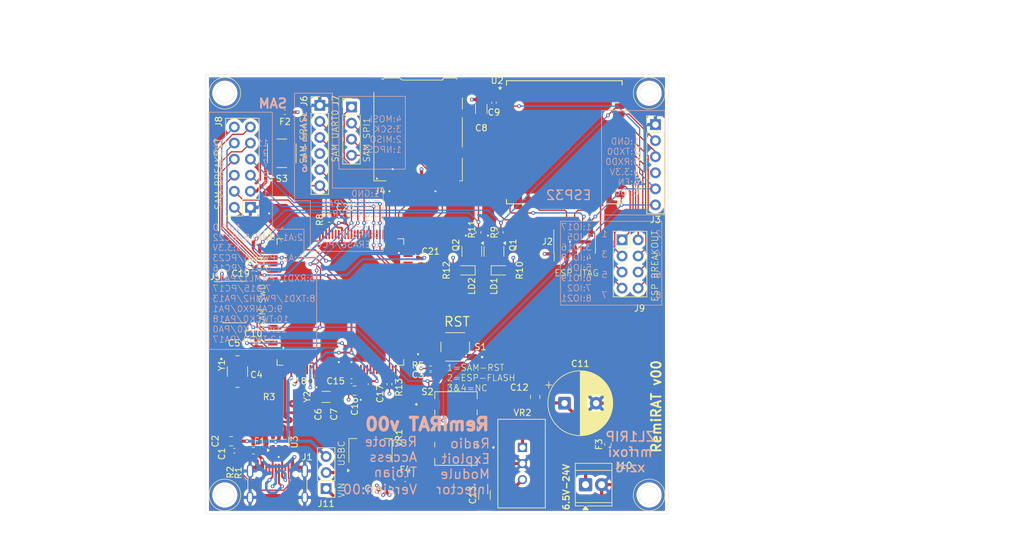
<source format=kicad_pcb>
(kicad_pcb (version 20241229) (generator "pcbnew") (generator_version "9.0")
  (layers (0 "F.Cu" signal) (4 "In1.Cu" power "L2.Cu.GND") (6 "In2.Cu" power "L3.Cu.3V3") (2 "B.Cu" signal) (13 "F.Paste" user) (15 "B.Paste" user) (5 "F.SilkS" user "F.Silkscreen") (7 "B.SilkS" user "B.Silkscreen") (1 "F.Mask" user) (3 "B.Mask" user) (25 "Edge.Cuts" user))
  (net 0 "")
  (net 1 "USBDP")
  (net 2 "USBDM")
  (net 3 "GND")
  (net 4 "VBUS")
  (net 5 "CC2")
  (net 6 "CC1")
  (net 7 "3.3V")
  (net 8 "VDDOUT")
  (net 9 "VDDCORE")
  (net 10 "XIN")
  (net 11 "XOUT")
  (net 12 "XIN32")
  (net 13 "XOUT32")
  (net 14 "NRST")
  (net 15 "VDDIO")
  (net 16 "EN")
  (net 17 "ESP32TXD0")
  (net 18 "ESP32RXD0")
  (net 19 "IO23")
  (net 20 "IO22")
  (net 21 "IO21")
  (net 22 "IO19")
  (net 23 "IO18")
  (net 24 "IO5")
  (net 25 "IO17")
  (net 26 "IO16")
  (net 27 "IO4")
  (net 28 "IO0")
  (net 29 "IO2")
  (net 30 "IO27")
  (net 31 "IO26")
  (net 32 "IO25")
  (net 33 "IO33")
  (net 34 "IO32")
  (net 35 "IO35")
  (net 36 "IO34")
  (net 37 "TMS/IO14")
  (net 38 "TDI/IO12")
  (net 39 "TCK/IO13")
  (net 40 "TDO/IO15")
  (net 41 "SAM-SPI-MISO")
  (net 42 "SAM-SPI-MOSI")
  (net 43 "SAM-SPI-SCK")
  (net 44 "SAM-SPI-NPCS0")
  (net 45 "SAM-SPI-NPCS1")
  (net 46 "SAM-JTAG-TCK")
  (net 47 "SAM-JTAG-TDI")
  (net 48 "SAM-JTAG-TDO")
  (net 49 "SAM-JTAG-TMS")
  (net 50 "UTXD/PA9")
  (net 51 "URXD/PA8")
  (net 52 "ERASE/PC0")
  (net 53 "VDDPLL")
  (net 54 "NRSTB")
  (net 55 "RXD0/PA10")
  (net 56 "TXD0/PA11")
  (net 57 "RXD1/PA12")
  (net 58 "TDX1/PA13")
  (net 59 "CANTX0/PA0")
  (net 60 "CANRX0/PA1")
  (net 61 "TWCK0/PA18")
  (net 62 "TWD0/PA17")
  (net 63 "A1/PWML5/PC22")
  (net 64 "A2/PWML6/PC23")
  (net 65 "D15/PC17")
  (net 66 "D14/PC16")
  (net 67 "3.3VOUT")
  (net 68 "VIN")
  (footprint "Fuse:Fuse_0603_1608Metric_Pad1.05x0.95mm_HandSolder" (layer "F.Cu") (at 124.5 111)
    (property "Reference" "F1")
    (property "Value" "1.5A 32V SLOWBLOW")
  )
  (footprint "Resistor_SMD:R_0402_1005Metric" (layer "F.Cu") (at 160.05 76.5 90)
    (property "Reference" "R11")
    (property "Value" "4.7K Ohm")
  )
  (footprint "Capacitor_SMD:C_0201_0603Metric" (layer "F.Cu") (at 136.905 104 180)
    (property "Reference" "C7")
    (property "Value" "10 pF")
  )
  (footprint "PTS_647_SN50_SMTR2_LFS:SW_PTS_647_SN50_SMTR2_LFS" (layer "F.Cu") (at 129 64 90)
    (property "Reference" "S3")
    (property "Value" "PTS647SN50SMTR2LFS")
  )
  (footprint "Package_TO_SOT_SMD:SOT-23-3" (layer "F.Cu") (at 159 79.5 -90)
    (property "Reference" "Q2")
    (property "Value" "")
  )
  (footprint "Resistor_SMD:R_0201_0603Metric" (layer "F.Cu") (at 131 105)
    (property "Reference" "R4" (hide yes))
    (property "Value" "39 Ohms")
  )
  (footprint "Resistor_SMD:R_0402_1005Metric" (layer "F.Cu") (at 152.5 98 180)
    (property "Reference" "R5")
    (property "Value" "10 kOhms")
  )
  (footprint "Capacitor_SMD:C_0402_1005Metric" (layer "F.Cu") (at 150.5 80 90)
    (property "Reference" "C21")
    (property "Value" "25V 0.1uF")
  )
  (footprint "Capacitor_SMD:C_1206_3216Metric" (layer "F.Cu") (at 160.5 57 -90)
    (property "Reference" "C8")
    (property "Value" "22uF 25V ")
  )
  (footprint "ATSAM3X8EA-AU:QFP50P2200X2200X145-144N" (layer "F.Cu") (at 138.25 87.5)
    (property "Reference" "U1")
    (property "Value" "" (hide yes))
  )
  (footprint "Capacitor_THT:CP_Radial_D10.0mm_P5.00mm" (layer "F.Cu") (at 173.632323 103.5)
    (property "Reference" "C11")
    (property "Value" "220uF 50V")
  )
  (footprint "Capacitor_SMD:C_0201_0603Metric" (layer "F.Cu") (at 121.47 94.97 180)
    (property "Reference" "C5")
    (property "Value" "25V 18pF")
  )
  (footprint "LED_SMD:LED_0603_1608Metric" (layer "F.Cu") (at 163.55 82.5)
    (property "Reference" "LD1")
    (property "Value" "")
  )
  (footprint "Connector_Card:microSD_HC_Hirose_DM3AT-SF-PEJM5" (layer "F.Cu") (at 150.53 60.465 180)
    (property "Reference" "J4")
    (property "Value" "")
  )
  (footprint "NetTie:NetTie-2_SMD_Pad0.5mm" (layer "F.Cu") (at 125.5 79 90)
    (property "Reference" "REF**" (hide yes))
    (property "Value" "NetTie-2_SMD_Pad0.5mm" (hide yes))
  )
  (footprint "Package_TO_SOT_SMD:SOT-223" (layer "F.Cu") (at 143 111 90)
    (property "Reference" "VR1")
    (property "Value" "3.3V-1.5A, Max Input = 20V")
  )
  (footprint "NetTie:NetTie-3_SMD_Pad0.5mm" (layer "F.Cu") (at 139 95.5 90)
    (property "Reference" "REF**" (hide yes))
    (property "Value" "NetTie-3_SMD_Pad0.5mm" (hide yes))
  )
  (footprint "Capacitor_SMD:C_0402_1005Metric" (layer "F.Cu") (at 125 94 90)
    (property "Reference" "C10")
    (property "Value" "1uF 25V")
  )
  (footprint "Fuse:Fuse_0603_1608Metric_Pad1.05x0.95mm_HandSolder" (layer "F.Cu") (at 180.5 110 90)
    (property "Reference" "F3")
    (property "Value" "2A 32V SlowBlow")
  )
  (footprint "Capacitor_SMD:C_0402_1005Metric" (layer "F.Cu") (at 152.5 99 180)
    (property "Reference" "C3")
    (property "Value" "0.1uF 25V")
  )
  (footprint "Capacitor_SMD:C_1206_3216Metric" (layer "F.Cu") (at 161 118 90)
    (property "Reference" "C13")
    (property "Value" "47uF 25V")
  )
  (footprint "LED_SMD:LED_0603_1608Metric" (layer "F.Cu") (at 158.05 82.5 180)
    (property "Reference" "LD2")
    (property "Value" "")
  )
  (footprint "Connector_PinHeader_2.54mm:PinHeader_1x03_P2.54mm_Vertical" (layer "F.Cu") (at 136 117 180)
    (property "Reference" "J11")
    (property "Value" "PinHeader_1x03_P2.54mm_Vertical")
  )
  (footprint "Resistor_SMD:R_0402_1005Metric" (layer "F.Cu") (at 125.5 82 180)
    (property "Reference" "R14")
    (property "Value" "4.7K Ohm")
  )
  (footprint "NetTie:NetTie-2_SMD_Pad0.5mm" (layer "F.Cu") (at 156.5 96)
    (property "Reference" "REF**" (hide yes))
    (property "Value" "NetTie-2_SMD_Pad0.5mm" (hide yes))
  )
  (footprint "405C35B12M00000:XTAL_405C35B12M00000" (layer "F.Cu") (at 122 98.5)
    (property "Reference" "Y1")
    (property "Value" "12MHz 13pF 60Ohms")
  )
  (footprint "Connector_PinHeader_2.54mm:PinHeader_1x06_P2.54mm_Vertical" (layer "F.Cu") (at 188 59.46)
    (property "Reference" "J3")
    (property "Value" "PinHeader_1x06_P2.54mm_Vertical")
  )
  (footprint "Connector_PinHeader_2.54mm:PinHeader_2x04_P2.54mm_Vertical" (layer "F.Cu") (at 182.725 77.69)
    (property "Reference" "J9")
    (property "Value" "ESP BREAKOUT")
  )
  (footprint "NetTie:NetTie-2_SMD_Pad0.5mm" (layer "F.Cu") (at 124.5 78.5 90)
    (property "Reference" "REF**" (hide yes))
    (property "Value" "NetTie-2_SMD_Pad0.5mm" (hide yes))
  )
  (footprint "TerminalBlock_TE-Connectivity:TerminalBlock_TE_282834-2_1x02_P2.54mm_Horizontal" (layer "F.Cu") (at 176.96 116.3675)
    (property "Reference" "J10")
    (property "Value" "")
  )
  (footprint "Resistor_SMD:R_0201_0603Metric" (layer "F.Cu") (at 122 113 90)
    (property "Reference" "R1")
    (property "Value" "5.1K Ohms")
  )
  (footprint "Connector_PinHeader_2.54mm:PinHeader_1x04_P2.54mm_Vertical" (layer "F.Cu") (at 140 56.69)
    (property "Reference" "J7")
    (property "Value" "PinHeader_1x04_P2.54mm_Vertical")
  )
  (footprint "Resistor_SMD:R_0201_0603Metric" (layer "F.Cu") (at 121 112.82 90)
    (property "Reference" "R2")
    (property "Value" "5.1K Ohms")
  )
  (footprint "Capacitor_SMD:C_0402_1005Metric" (layer "F.Cu") (at 134 100)
    (property "Reference" "C18")
    (property "Value" "25V 0.1uF")
  )
  (footprint "Resistor_SMD:R_0201_0603Metric" (layer "F.Cu") (at 165.55 82.5 90)
    (property "Reference" "R10")
    (property "Value" "200 Ohm")
  )
  (footprint "Capacitor_SMD:C_0402_1005Metric" (layer "F.Cu") (at 124.98 83 180)
    (property "Reference" "C19")
    (property "Value" "25V 0.1uF")
  )
  (footprint "Resistor_SMD:R_0201_0603Metric" (layer "F.Cu") (at 127 101 90)
    (property "Reference" "R3")
    (property "Value" "39 Ohms")
  )
  (footprint "Capacitor_SMD:C_0402_1005Metric" (layer "F.Cu") (at 146 117)
    (property "Reference" "C14")
    (property "Value" "1uF 25V")
  )
  (footprint "Capacitor_SMD:C_0402_1005Metric" (layer "F.Cu") (at 140 100)
    (property "Reference" "C15")
    (property "Value" "25V 0.1uF")
  )
  (footprint "Resistor_SMD:R_0402_1005Metric" (layer "F.Cu") (at 163.55 76.5 90)
    (property "Reference" "R9")
    (property "Value" "4.7K Ohm")
  )
  (footprint "Capacitor_SMD:C_0805_2012Metric" (layer "F.Cu") (at 121 109.5 180)
    (property "Reference" "C2")
    (property "Value" "25V 10uF")
  )
  (footprint "Connector_USB:USB_C_Receptacle_GCT_USB4105-xx-A_16P_TopMnt_Horizontal" (layer "F.Cu") (at 128.3 117.3175)
    (property "Reference" "J1")
    (property "Value" "")
  )
  (footprint "Connector_PinHeader_1.27mm:PinHeader_2x05_P1.27mm_Vertical_SMD" (layer "F.Cu") (at 175.23 77.95 90)
    (property "Reference" "J2")
    (property "Value" "")
  )
  (footprint "Capacitor_SMD:C_0805_2012Metric" (layer "F.Cu") (at 140.5 101.5)
    (property "Reference" "C16")
    (property "Value" "25V 10uF")
  )
  (footprint "219_4MST:SW_219-4MST" (layer "F.Cu") (at 156.5 107.5)
    (property "Reference" "S2")
    (property "Value" "")
  )
  (footprint "footprints:ESP32-32UE_EXP" (layer "F.Cu") (at 173.6043 62.255)
    (property "Reference" "U2")
    (property "Value" "")
  )
  (footprint "TSR_2_2450:CONV_TSR_2-2450" (layer "F.Cu") (at 166.86 113.04 -90)
    (property "Reference" "VR2")
    (property "Value" "CONV_TSR_2-2450")
  )
  (footprint "Capacitor_SMD:C_0201_0603Metric" (layer "F.Cu") (at 124.97 100.32 -90)
    (property "Reference" "C4")
    (property "Value" "25V 18pF ")
  )
  (footprint "Capacitor_SMD:C_0201_0603Metric" (layer "F.Cu") (at 134.905 104)
    (property "Reference" "C6")
    (property "Value" "10 pF")
  )
  (footprint "Connector_PinHeader_2.54mm:PinHeader_2x06_P2.54mm_Vertical" (layer "F.Cu") (at 124.04 72.54 180)
    (property "Reference" "J8")
    (property "Value" "PinHeader_2x06_P2.54mm_Vertical")
  )
  (footprint "Capacitor_SMD:C_0402_1005Metric" (layer "F.Cu") (at 121.5 111 180)
    (property "Reference" "C1")
    (property "Value" "25V 0.1uF")
  )
  (footprint "Capacitor_SMD:C_0402_1005Metric" (layer "F.Cu") (at 139 74.5 90)
    (property "Reference" "C20")
    (property "Value" "25V 0.1uF")
  )
  (footprint "Capacitor_SMD:C_0805_2012Metric" (layer "F.Cu") (at 169 102.5 90)
    (property "Reference" "C12")
    (property "Value" "1uF 50V")
  )
  (footprint "Fuse:Fuse_0402_1005Metric_Pad0.77x0.64mm_HandSolder" (layer "F.Cu") (at 148.5 115.5)
    (property "Reference" "F4")
    (property "Value" "1.5A 32V")
  )
  (footprint "Connector_PinHeader_1.27mm:PinHeader_2x05_P1.27mm_Vertical_SMD" (layer "F.Cu") (at 121.5 87.5)
    (property "Reference" "J5")
    (property "Value" "")
  )
  (footprint "Capacitor_SMD:C_0402_1005Metric" (layer "F.Cu") (at 143 100.5 -90)
    (property "Reference" "C17")
    (property "Value" "25V 0.1uF")
  )
  (footprint "Resistor_SMD:R_0402_1005Metric" (layer "F.Cu") (at 146 100.5 -90)
    (property "Reference" "R13")
    (property "Value" "4.7K Ohm")
  )
  (footprint "PTS_647_SN50_SMTR2_LFS:SW_PTS_647_SN50_SMTR2_LFS" (layer "F.Cu") (at 156.375 94.6 180)
    (property "Reference" "S1")
    (property "Value" "PTS647SN50SMTR2LFS")
  )
  (footprint "Fuse:Fuse_0402_1005Metric_Pad0.77x0.64mm_HandSolder" (layer "F.Cu") (at 129.5 57.5)
    (property "Reference" "F2")
    (property "Value" "1.5A 32V FASTBLOW")
  )
  (footprint "Capacitor_SMD:C_0402_1005Metric" (layer "F.Cu") (at 162.5 56 -90)
    (property "Reference" "C9")
    (property "Value" "0.1uF 25V")
  )
  (footprint "Resistor_SMD:R_0402_1005Metric" (layer "F.Cu") (at 136.5 74.5)
    (property "Reference" "R8")
    (property "Value" "10 kOhms")
  )
  (footprint "Connector_PinHeader_2.54mm:PinHeader_1x06_P2.54mm_Vertical" (layer "F.Cu") (at 135 56.42)
    (property "Reference" "J6")
    (property "Value" "PinHeader_1x06_P2.54mm_Vertical")
  )
  (footprint "Resistor_SMD:R_0201_0603Metric" (layer "F.Cu") (at 156.05 82.5 -90)
    (property "Reference" "R12")
    (property "Value" "200 Ohm")
  )
  (footprint "Crystal:Crystal_SMD_3215-2Pin_3.2x1.5mm" (layer "F.Cu") (at 136 102.5)
    (property "Reference" "Y2")
    (property "Value" "32.768 kHz 7 pF 70 kOhms")
  )
  (footprint "Package_TO_SOT_SMD:SOT-23-3" (layer "F.Cu") (at 162.5 79.5 -90)
    (property "Reference" "Q1")
    (property "Value" "")
  )
  (footprint "Package_TO_SOT_SMD:SOT-23-6" (layer "F.Cu") (at 128.55 109.6375 90)
    (property "Reference" "U3")
    (property "Value" "")
  )
  (gr_circle (center 187 54.5) (end 187 52) (stroke (width 0.1)) (fill no) (layer "F.SilkS"))
  (gr_circle (center 120 118) (end 120 115.5) (stroke (width 0.1)) (fill no) (layer "F.SilkS"))
  (gr_circle (center 187 118) (end 187 115.5) (stroke (width 0.1)) (fill no) (layer "F.SilkS"))
  (gr_circle (center 120 54.5) (end 120 52) (stroke (width 0.1)) (fill no) (layer "F.SilkS"))
  (gr_rect (start 179.5 57.25) (end 189.5 73.75) (stroke (width 0.1)) (fill no) (layer "B.SilkS"))
  (gr_line (start 145 79.5) (end 133.5 79.5) (stroke (width 0.1)) (layer "B.SilkS"))
  (gr_line (start 137 54.5) (end 137 69.5) (stroke (width 0.1)) (layer "B.SilkS"))
  (gr_line (start 117.5 57.5) (end 117.5 95) (stroke (width 0.1)) (layer "B.SilkS"))
  (gr_line (start 127.5 57.5) (end 117.5 57.5) (stroke (width 0.1)) (layer "B.SilkS"))
  (gr_line (start 145 69.5) (end 137 69.5) (stroke (width 0.1)) (layer "B.SilkS"))
  (gr_line (start 145 69.5) (end 145 79.5) (stroke (width 0.1)) (layer "B.SilkS"))
  (gr_line (start 135 54.5) (end 137 54.5) (stroke (width 0.1)) (layer "B.SilkS"))
  (gr_line (start 134.5 95) (end 134.5 80.5) (stroke (width 0.1)) (layer "B.SilkS"))
  (gr_line (start 132.5 80.5) (end 132.5 76) (stroke (width 0.1)) (layer "B.SilkS"))
  (gr_line (start 127.5 76) (end 127.5 57.5) (stroke (width 0.1)) (layer "B.SilkS"))
  (gr_line (start 131 71.5) (end 131 54.5) (stroke (width 0.1)) (layer "B.SilkS"))
  (gr_line (start 117.5 95) (end 134.5 95) (stroke (width 0.1)) (layer "B.SilkS"))
  (gr_line (start 132.5 76) (end 127.5 76) (stroke (width 0.1)) (layer "B.SilkS"))
  (gr_line (start 131 71.5) (end 133.5 71.5) (stroke (width 0.1)) (layer "B.SilkS"))
  (gr_line (start 131 54.5) (end 135 54.5) (stroke (width 0.1)) (layer "B.SilkS"))
  (gr_line (start 133.5 79.5) (end 133.5 71.5) (stroke (width 0.1)) (layer "B.SilkS"))
  (gr_rect (start 173 74.75) (end 189 88) (stroke (width 0.1)) (fill no) (layer "B.SilkS"))
  (gr_rect (start 138 55) (end 148.5 66.5) (stroke (width 0.1)) (fill no) (layer "B.SilkS"))
  (gr_line (start 134.5 80.5) (end 132.5 80.5) (stroke (width 0.1)) (layer "B.SilkS"))
  (gr_circle (center 120 118) (end 120 116.5) (stroke (width 0.05)) (fill no) (layer "Edge.Cuts"))
  (gr_rect (start 117 51.5) (end 190 121) (stroke (width 0.05)) (fill no) (layer "Edge.Cuts"))
  (gr_circle (center 120 54.5) (end 120 53) (stroke (width 0.05)) (fill no) (layer "Edge.Cuts"))
  (gr_circle (center 187 118) (end 187 116.5) (stroke (width 0.05)) (fill no) (layer "Edge.Cuts"))
  (gr_circle (center 187 54.5) (end 187 53) (stroke (width 0.05)) (fill no) (layer "Edge.Cuts"))
  (gr_text "ESP JTAG" (at 172 83.5 0) (layer "F.SilkS") (effects (font (size 1 1) (thickness 0.1)) (justify left bottom)))
  (gr_text "USBC" (at 139 113.5 90) (layer "F.SilkS") (effects (font (size 1 1) (thickness 0.1)) (justify left bottom)))
  (gr_text "SAM ERASE" (at 133 61.5 90) (layer "F.SilkS") (effects (font (size 1 1) (thickness 0.1)) (justify bottom)))
  (gr_text "ESP BREAKOUT" (at 188.5 87.5 90) (layer "F.SilkS") (effects (font (size 1 1) (thickness 0.1)) (justify left bottom)))
  (gr_text "RST" (at 154.5 91.5 0) (layer "F.SilkS") (effects (font (size 1.5 1.5) (thickness 0.1875)) (justify left bottom)))
  (gr_text "1=SAM-RST\n2=ESP-FLASH\n3&4=NC" (at 155 101.685 0) (layer "F.SilkS") (effects (font (size 1 1) (thickness 0.1)) (justify left bottom)))
  (gr_text "6.5V-24V" (at 174.5 120.5 90) (layer "F.SilkS") (effects (font (size 1 1) (thickness 0.2) (bold yes)) (justify left bottom)))
  (gr_text "SAM UART0" (at 138 65.5 90) (layer "F.SilkS") (effects (font (size 1 1) (thickness 0.1)) (justify left bottom)))
  (gr_text "SAM SWD" (at 126.5 91.5 90) (layer "F.SilkS") (effects (font (size 1 1) (thickness 0.1)) (justify left bottom)))
  (gr_text "SAM BREAKOUT" (at 119.54 73 90) (layer "F.SilkS") (effects (font (size 1 1) (thickness 0.1)) (justify left bottom)))
  (gr_text "ESP UART" (at 186 70 90) (layer "F.SilkS") (effects (font (size 1 1) (thickness 0.1)) (justify left bottom)))
  (gr_text "RemiRAT v00" (at 189 111.5 90) (layer "F.SilkS") (effects (font (size 1.5 1.5) (thickness 0.3) (bold yes)) (justify left bottom)))
  (gr_text "SAM SPI1" (at 143 65.5 90) (layer "F.SilkS") (effects (font (size 1 1) (thickness 0.1)) (justify left bottom)))
  (gr_text "VIN" (at 139 118.5 90) (layer "F.SilkS") (effects (font (size 1 1) (thickness 0.1)) (justify left bottom)))
  (gr_text "SAM" (at 130 57 0) (layer "B.SilkS") (effects (font (size 1.5 1.5) (thickness 0.3) (bold yes)) (justify left bottom mirror)))
  (gr_text "4:MOSI\n3:SCK\n2:MISO\n1:NPCS1" (at 148 64 0) (layer "B.SilkS") (effects (font (size 1 1) (thickness 0.1)) (justify left bottom mirror)))
  (gr_text "RemiRAT v00\n" (at 162 108 0) (layer "B.SilkS") (effects (font (size 2 2) (thickness 0.5) (bold yes)) (justify left bottom mirror)))
  (gr_text "1:GND\n2:A1/PWML5/PC22\n3:3.3V\n4:A2/PWML6/PC23\n5:D14/PC16\n6:RXD1/PWML1/PA12\n7:D15/PC17\n8:TXD1/PWMH2/PA13\n9:CANRX0/PA1\n10:TWCK0/PA18\n11:CANTX0/PA0\n12:TWD0/PA17" (at 118 94 0) (layer "B.SilkS") (effects (font (size 1 1) (thickness 0.1)) (justify right bottom mirror)))
  (gr_text "1\n\n3\n\n5\n\n7" (at 180.5 87 0) (layer "B.SilkS") (effects (font (size 1 1) (thickness 0.1)) (justify left bottom mirror)))
  (gr_text "Remote\nAccess\nTrojan" (at 150.5 112 0) (layer "B.SilkS") (effects (font (size 1.5 1.5) (thickness 0.2)) (justify left mirror)))
  (gr_text "1:IO17\n2:IO5\n3:IO16\n4:IO18\n5:IO4\n6:IO19\n7:IO2\n8:IO21" (at 178 87.5 0) (layer "B.SilkS") (effects (font (size 1 1) (thickness 0.1)) (justify left bottom mirror)))
  (gr_text "1:GND\n2:UTXD/PA9\n3:URXD/PA8\n4:3.3V\n5:NRSTB\n6:ERASE/PC0" (at 144.5 79 0) (layer "B.SilkS") (effects (font (size 1 1) (thickness 0.1)) (justify left bottom mirror)))
  (gr_text "1:GND\n2:TXD0\n3:RXD0\n4:3.3V\n5:EN\n6:IO0" (at 185.5 70.75 0) (layer "B.SilkS") (effects (font (size 1 1) (thickness 0.1)) (justify left bottom mirror)))
  (gr_text "Version:00" (at 150.5 118 0) (layer "B.SilkS") (effects (font (size 1.5 1.5) (thickness 0.2) (bold yes)) (justify left bottom mirror)))
  (gr_text "11\n9\n7\n5\n3\n1" (at 127 71 0) (layer "B.SilkS") (effects (font (size 1 1) (thickness 0.1)) (justify left bottom mirror)))
  (gr_text "1\n2\n3\n4\n5\n6" (at 132 67 0) (layer "B.SilkS") (effects (font (size 1 1) (thickness 0.2) (bold yes)) (justify right bottom mirror)))
  (gr_text "Radio\nExploit\nModule\nInjector" (at 162 118 0) (layer "B.SilkS") (effects (font (size 1.5 1.5) (thickness 0.2)) (justify left bottom mirror)))
  (gr_text "ZL1RIP\nmrfoxi\nxzrd" (at 184 114.5 0) (layer "B.SilkS") (effects (font (size 1.5 1.5) (thickness 0.25) (bold yes)) (justify bottom mirror)))
  (gr_text "12\n10\n8\n6\n4\n2" (at 120 71 0) (layer "B.SilkS") (effects (font (size 1 1) (thickness 0.1)) (justify left bottom mirror)))
  (gr_text "ESP32" (at 178 71.5 0) (layer "B.SilkS") (effects (font (size 1.5 1.5) (thickness 0.2) (bold yes)) (justify left bottom mirror)))
  (gr_text "2\n\n4\n\n6\n\n8" (at 189 87 0) (layer "B.SilkS") (effects (font (size 1 1) (thickness 0.1)) (justify left bottom mirror)))
  (segment (start 129.5 108.5) (end 129.5 107.294284) (width 0.42) (layer "F.Cu") (net 1))
  (segment (start 131.62 104.7) (end 131.32 105) (width 0.4) (layer "F.Cu") (net 1))
  (segment (start 129.05 112.45) (end 129.5 112) (width 0.42) (layer "F.Cu") (net 1))
  (segment (start 129.05 113.6375) (end 129.05 112.45) (width 0.3) (layer "F.Cu") (net 1))
  (segment (start 129.5 98.17) (end 129.5 99.194) (width 0.3) (layer "F.Cu") (net 1))
  (segment (start 130.62 103.2) (end 131.02 103.2) (width 0.4) (layer "F.Cu") (net 1))
  (segment (start 130.5 106.214284) (end 130.5 106.094284) (width 0.4) (layer "F.Cu") (net 1))
  (segment (start 128.05 113.6375) (end 128.05 116.1375) (width 0.3) (layer "F.Cu") (net 1))
  (segment (start 129.26 107.054284) (end 128.74 107.054284) (width 0.4) (layer "F.Cu") (net 1))
  (segment (start 129.5 112) (end 129.5 110.775) (width 0.42) (layer "F.Cu") (net 1))
  (segment (start 128.05 116.1375) (end 127.55 116.6375) (width 0.3) (layer "F.Cu") (net 1))
  (segment (start 129.5 105.095015) (end 129.5 99.316) (width 0.42) (layer "F.Cu") (net 1))
  (segment (start 132.601 100.45) (end 132.601 100.25) (width 0.4) (layer "F.Cu") (net 1))
  (segment (start 130.26 105.854284) (end 129.74 105.854284) (width 0.4) (layer "F.Cu") (net 1))
  (segment (start 128.74 106.454284) (end 130.26 106.454284) (width 0.4) (layer "F.Cu") (net 1))
  (segment (start 129.5 105.614284) (end 129.5 105.494284) (width 0.4) (layer "F.Cu") (net 1))
  (segment (start 131.32 105) (end 131.32 104.905046) (width 0.4) (layer "F.Cu") (net 1))
  (segment (start 129.5 105.494284) (end 129.5 105.095015) (width 0.4) (layer "F.Cu") (net 1))
  (segment (start 129.5 105.614284) (end 129.5 105.5) (width 0.4) (layer "F.Cu") (net 1))
  (segment (start 132.32 104.4) (end 132.32 104.25) (width 0.4) (layer "F.Cu") (net 1))
  (segment (start 129.5 105.494284) (end 129.505716 105.494284) (width 0.4) (layer "F.Cu") (net 1))
  (segment (start 131.32 102.9) (end 131.32 101.731) (width 0.4) (layer "F.Cu") (net 1))
  (segment (start 129.5 105.5) (end 130 105) (width 0.4) (layer "F.Cu") (net 1))
  (segment (start 132.051 99.7) (end 132.051 99.201057) (width 0.4) (layer "F.Cu") (net 1))
  (segment (start 130.62 103.95) (end 132.02 103.95) (width 0.4) (layer "F.Cu") (net 1))
  (segment (start 129.05 115.1375) (end 129.55 115.6375) (width 0.3) (layer "F.Cu") (net 1))
  (segment (start 128.5 106.814284) (end 128.5 106.694284) (width 0.4) (layer "F.Cu") (net 1))
  (segment (start 132 99.150057) (end 132 98.17) (width 0.3) (layer "F.Cu") (net 1))
  (segment (start 132.02 104.7) (end 131.62 104.7) (width 0.4) (layer "F.Cu") (net 1))
  (segment (start 130.32 103.65) (end 130.32 103.5) (width 0.4) (layer "F.Cu") (net 1))
  (segment (start 129.505716 105.494284) (end 130 105) (width 0.4) (layer "F.Cu") (net 1))
  (segment (start 130.68 105) (end 130 105) (width 0.4) (layer "F.Cu") (net 1))
  (segment (start 129.05 113.6375) (end 129.05 115.1375) (width 0.3) (layer "F.Cu") (net 1))
  (segment (start 131.32 101.731) (end 132.051 101) (width 0.4) (layer "F.Cu") (net 1))
  (via (at 129.55 115.6375) (size 0.6) (drill 0.3) (layers "F.Cu" "B.Cu") (net 1))
  (via (at 127.55 116.6375) (size 0.6) (drill 0.3) (layers "F.Cu" "B.Cu") (net 1))
  (arc (start 132.601 100.25) (mid 132.520454 100.055546) (end 132.326 99.975) (width 0.4) (layer "F.Cu") (net 1))
  (arc (start 128.5 106.694284) (mid 128.570294 106.524578) (end 128.74 106.454284) (width 0.4) (layer "F.Cu") (net 1))
  (arc (start 132.32 104.25) (mid 132.232132 104.037868) (end 132.02 103.95) (width 0.4) (layer "F.Cu") (net 1))
  (arc (start 132.02 104.7) (mid 132.232132 104.612132) (end 132.32 104.4) (width 0.4) (layer "F.Cu") (net 1))
  (arc (start 132.326 100.725) (mid 132.520454 100.644454) (end 132.601 100.45) (width 0.4) (layer "F.Cu") (net 1))
  (arc (start 132.051 101) (mid 132.131546 100.805546) (end 132.326 100.725) (width 0.4) (layer "F.Cu") (net 1))
  (arc (start 130.5 106.094284) (mid 130.429706 105.924578) (end 130.26 105.854284) (width 0.4) (layer "F.Cu") (net 1))
  (arc (start 128.74 107.054284) (mid 128.570294 106.98399) (end 128.5 106.814284) (width 0.4) (layer "F.Cu") (net 1))
  (arc (start 131.02 103.2) (mid 131.232132 103.112132) (end 131.32 102.9) (width 0.4) (layer "F.Cu") (net 1))
  (arc (start 132.326 99.975) (mid 132.131546 99.894454) (end 132.051 99.7) (width 0.4) (layer "F.Cu") (net 1))
  (arc (start 130.32 103.5) (mid 130.407868 103.287868) (end 130.62 103.2) (width 0.4) (layer "F.Cu") (net 1))
  (arc (start 129.74 105.854284) (mid 129.570294 105.78399) (end 129.5 105.614284) (width 0.4) (layer "F.Cu") (net 1))
  (arc (start 130.26 106.454284) (mid 130.429706 106.38399) (end 130.5 106.214284) (width 0.4) (layer "F.Cu") (net 1))
  (arc (start 130.62 103.95) (mid 130.407868 103.862132) (end 130.32 103.65) (width 0.4) (layer "F.Cu") (net 1))
  (arc (start 129.5 107.294284) (mid 129.429706 107.124578) (end 129.26 107.054284) (width 0.4) (layer "F.Cu") (net 1))
  (segment (start 129.55 114.6375) (end 129.55 115.6375) (width 0.42) (layer "B.Cu") (net 1))
  (segment (start 128.55 114.1375) (end 129.05 114.1375) (width 0.42) (layer "B.Cu") (net 1))
  (segment (start 129.05 114.1375) (end 129.55 114.6375) (width 0.42) (layer "B.Cu") (net 1))
  (segment (start 128.05 114.6375) (end 128.55 114.1375) (width 0.42) (layer "B.Cu") (net 1))
  (segment (start 128.05 116.1375) (end 128.05 114.6375) (width 0.42) (layer "B.Cu") (net 1))
  (segment (start 127.55 116.6375) (end 128.05 116.1375) (width 0.42) (layer "B.Cu") (net 1))
  (segment (start 127 100.68) (end 127 98.3) (width 0.42) (layer "F.Cu") (net 2))
  (segment (start 127.6 112.45) (end 127.55 112.5) (width 0.42) (layer "F.Cu") (net 2))
  (segment (start 132.5 97.193) (end 132.5 98.17) (width 0.2) (layer "F.Cu") (net 2))
  (segment (start 129.807 97) (end 130 97.193) (width 0.42) (layer "F.Cu") (net 2))
  (segment (start 127.55 115.1375) (end 127.05 115.6375) (width 0.3) (layer "F.Cu") (net 2))
  (segment (start 127.6 110.775) (end 127.6 112.45) (width 0.42) (layer "F.Cu") (net 2))
  (segment (start 127.6 108.5) (end 127.6 102.5) (width 0.42) (layer "F.Cu") (net 2))
  (segment (start 131.707 96.4) (end 132.5 97.193) (width 0.42) (layer "F.Cu") (net 2))
  (segment (start 128.55 113.6375) (end 128.55 116.1375) (width 0.3) (layer "F.Cu") (net 2))
  (segment (start 127 101.9) (end 127.6 102.5) (width 0.4) (layer "F.Cu") (net 2))
  (segment (start 130 97.193) (end 130 98.17) (width 0.3) (layer "F.Cu") (net 2))
  (segment (start 127.55 113.6375) (end 127.55 115.1375) (width 0.3) (layer "F.Cu") (net 2))
  (segment (start 128.55 116.1375) (end 129.05 116.6375) (width 0.3) (layer "F.Cu") (net 2))
  (segment (start 128.9 96.4) (end 131.707 96.4) (width 0.42) (layer "F.Cu") (net 2))
  (segment (start 127.55 113.6375) (end 127.55 112.5) (width 0.3) (layer "F.Cu") (net 2))
  (segment (start 127 101.32) (end 127 101.9) (width 0.4) (layer "F.Cu") (net 2))
  (segment (start 127.6 102.5) (end 127.6 98.593) (width 0.42) (layer "F.Cu") (net 2))
  (segment (start 129.193 97) (end 129.807 97) (width 0.42) (layer "F.Cu") (net 2))
  (segment (start 127.6 98.593) (end 129.193 97) (width 0.42) (layer "F.Cu") (net 2))
  (segment (start 127 98.3) (end 128.9 96.4) (width 0.42) (layer "F.Cu") (net 2))
  (via (at 129.05 116.6375) (size 0.6) (drill 0.3) (layers "F.Cu" "B.Cu") (net 2))
  (via (at 127.05 115.6375) (size 0.6) (drill 0.3) (layers "F.Cu" "B.Cu") (net 2))
  (segment (start 128.05 117.6375) (end 129.05 116.6375) (width 0.42) (layer "B.Cu") (net 2))
  (segment (start 127.05 115.6375) (end 126.55 116.1375) (width 0.42) (layer "B.Cu") (net 2))
  (segment (start 126.55 117.1375) (end 127.05 117.6375) (width 0.42) (layer "B.Cu") (net 2))
  (segment (start 126.55 116.1375) (end 126.55 117.1375) (width 0.42) (layer "B.Cu") (net 2))
  (segment (start 127.05 117.6375) (end 128.05 117.6375) (width 0.42) (layer "B.Cu") (net 2))
  (segment (start 123.2 97.3) (end 120.8 99.7) (width 0.5) (layer "F.Cu") (net 3))
  (segment (start 173.46 119.5) (end 167 113.04) (width 0.5) (layer "F.Cu") (net 3))
  (segment (start 134 98.17) (end 134 99.52) (width 0.2) (layer "F.Cu") (net 3))
  (segment (start 141.45 101.5) (end 141.45 102.95) (width 0.5) (layer "F.Cu") (net 3))
  (segment (start 161.55 78.3625) (end 161.55 77) (width 0.2) (layer "F.Cu") (net 3))
  (segment (start 146.205 68.19) (end 144.19 68.19) (width 0.5) (layer "F.Cu") (net 3))
  (segment (start 137.49 74.02) (end 137.01 74.5) (width 0.5) (layer "F.Cu") (net 3))
  (segment (start 176.682323 101.55) (end 178.632323 103.5) (width 0.5) (layer "F.Cu") (net 3))
  (segment (start 138.5 75.853) (end 138.391 75.744) (width 0.3) (layer "F.Cu") (net 3))
  (segment (start 124.5 83) (end 124 83) (width 0.3) (layer "F.Cu") (net 3))
  (segment (start 148.92 79.75) (end 147.5 79.75) (width 0.2) (layer "F.Cu") (net 3))
  (segment (start 138.5 76.83) (end 138.5 75.853) (width 0.3) (layer "F.Cu") (net 3))
  (segment (start 138.5 76.83) (end 138.5 78.5) (width 0.3) (layer "F.Cu") (net 3))
  (segment (start 131.5 113.6375) (end 131.5 113) (width 0.5) (layer "F.Cu") (net 3))
  (segment (start 138.391 75.744) (end 137.823346 75.744) (width 0.3) (layer "F.Cu") (net 3))
  (segment (start 134 99.52) (end 134.48 100) (width 0.2) (layer "F.Cu") (net 3))
  (segment (start 140 98.17) (end 140 99) (width 0.2) (layer "F.Cu") (net 3))
  (segment (start 175.23 79.9) (end 175.23 78.27) (width 0.5) (layer "F.Cu") (net 3))
  (segment (start 138.02 74.02) (end 137.49 74.02) (width 0.5) (layer "F.Cu") (net 3))
  (segment (start 141.45 101.5) (end 142.48 101.5) (width 0.5) (layer "F.Cu") (net 3))
  (segment (start 124.555 113.6375) (end 123.98 114.2125) (width 0.5) (layer "F.Cu") (net 3))
  (segment (start 135.225 104) (end 136.585 104) (width 0.2) (layer "F.Cu") (net 3))
  (segment (start 148.92 95.75) (end 150.5 95.75) (width 0.2) (layer "F.Cu") (net 3))
  (segment (start 123.2 96.5) (end 123.2 97.3) (width 0.5) (layer "F.Cu") (net 3))
  (segment (start 144.19 68.19) (end 144 68) (width 0.5) (layer "F.Cu") (net 3))
  (segment (start 139 74.02) (end 138.02 74.02) (width 0.5) (layer "F.Cu") (net 3))
  (segment (start 140 99) (end 140.48 99.48) (width 0.2) (layer "F.Cu") (net 3))
  (segment (start 153.255 68.19) (end 153.255 70) (width 0.5) (layer "F.Cu") (net 3))
  (segment (start 146.205 69.795) (end 146 70) (width 0.5) (layer "F.Cu") (net 3))
  (segment (start 175.23 78.27) (end 175.5 78) (width 0.5) (layer "F.Cu") (net 3))
  (segment (start 132.5 112) (end 133.5 112) (width 0.5) (layer "F.Cu") (net 3))
  (segment (start 179.5 116.3675) (end 181.6325 116.3675) (width 0.5) (layer "F.Cu") (net 3))
  (segment (start 142.48 101.5) (end 143 100.98) (width 0.5) (layer "F.Cu") (net 3))
  (segment (start 152.02 99) (end 151 99) (width 0.2) (layer "F.Cu") (net 3))
  (segment (start 181.5 103.5) (end 178.632323 103.5) (width 0.5) (layer "F.Cu") (net 3))
  (segment (start 182.5 104.5) (end 181.5 103.5) (width 0.5) (layer "F.Cu") (net 3))
  (segment (start 179 119.5) (end 179.5 119) (width 0.5) (layer "F.Cu") (net 3))
  (segment (start 158.05 78.3625) (end 158.05 77) (width 0.2) (layer "F.Cu") (net 3))
  (segment (start 134.48 100) (end 134.48 100.98) (width 0.2) (layer "F.Cu") (net 3))
  (segment (start 131.5 113) (end 132.5 112) (width 0.5) (layer "F.Cu") (net 3))
  (segment (start 127.58 94.75) (end 126.75 94.75) (width 0.2) (layer "F.Cu") (net 3))
  (segment (start 127.58 94.75) (end 129.25 94.75) (width 0.2) (layer "F.Cu") (net 3))
  (segment (start 141.45 100.97) (end 140.48 100) (width 0.5) (layer "F.Cu") (net 3))
  (segment (start 134 97.193) (end 134 98.17) (width 0.2) (layer "F.Cu") (net 3))
  (segment (start 162.53 113.04) (end 167 113.04) (width 0.5) (layer "F.Cu") (net 3))
  (segment (start 126.75 94.75) (end 125.52 93.52) (width 0.2) (layer "F.Cu") (net 3))
  (segment (start 133.059 97.441) (end 133.059 97.134) (width 0.2) (layer "F.Cu") (net 3))
  (segment (start 120.8 99.7) (end 120.8 100.5) (width 0.5) (layer "F.Cu") (net 3))
  (segment (start 179 119.5) (end 173.46 119.5) (width 0.5) (layer "F.Cu") (net 3))
  (segment (start 177 78) (end 177.77 78.77) (width 0.5) (layer "F.Cu") (net 3))
  (segment (start 173.96 78.54) (end 174.5 78) (width 0.5) (layer "F.Cu") (net 3))
  (segment (start 124.04 72.54) (end 126.04 72.54) (width 0.5) (layer "F.Cu") (net 3))
  (segment (start 128.55 110.775) (end 128.55 111.95) (width 0.5) (layer "F.Cu") (net 3))
  (segment (start 124.5 112) (end 123.5 112) (width 0.5) (layer "F.Cu") (net 3))
  (segment (start 133 98.17) (end 133 97.5) (width 0.2) (layer "F.Cu") (net 3))
  (segment (start 174.5 78) (end 175.5 78) (width 0.5) (layer "F.Cu") (net 3))
  (segment (start 182.5 115.5) (end 182.5 104.5) (width 0.5) (layer "F.Cu") (net 3))
  (segment (start 179.5 119) (end 179.5 116.3675) (width 0.5) (layer "F.Cu") (net 3))
  (segment (start 175.5 78) (end 177 78) (width 0.5) (layer "F.Cu") (net 3))
  (segment (start 140 98.17) (end 140 97) (width 0.2) (layer "F.Cu") (net 3))
  (segment (start 124.5 112) (end 125.1 112.6) (width 0.5) (layer "F.Cu") (net 3))
  (segment (start 131.5 113.6375) (end 132.045 113.6375) (width 0.5) (layer "F.Cu") (net 3))
  (segment (start 146.205 68.19) (end 146.205 69.795) (width 0.5) (layer "F.Cu") (net 3))
  (segment (start 137.01 74.930654) (end 137.01 74.5) (width 0.3) (layer "F.Cu") (net 3))
  (segment (start 133.941 97.134) (end 134 97.193) (width 0.2) (layer "F.Cu") (net 3))
  (segment (start 169 101.55) (end 176.682323 101.55) (width 0.5) (layer "F.Cu") (net 3))
  (segment (start 150.27 79.75) (end 150.5 79.52) (width 0.2) (layer "F.Cu") (net 3))
  (segment (start 177.77 78.77) (end 177.77 79.9) (width 0.5) (layer "F.Cu") (net 3))
  (segment (start 173.96 79.9) (end 173.96 78.54) (width 0.5) (layer "F.Cu") (net 3))
  (segment (start 162.53 113.04) (end 160.8 111.31) (width 0.5) (layer "F.Cu") (net 3))
  (segment (start 125.1 113.6375) (end 125.1 112.6) (width 0.5) (layer "F.Cu") (net 3))
  (segment (start 133 97.5) (end 133.059 97.441) (width 0.2) (layer "F.Cu") (net 3))
  (segment (start 132.045 113.6375) (end 132.62 114.2125) (width 0.5) (layer "F.Cu") (net 3))
  (segment (start 146.205 68.19) (end 146.205 66.795) (width 0.5) (layer "F.Cu") (net 3))
  (segment (start 125.52 93.52) (end 125 93.52) (width 0.2) (layer "F.Cu") (net 3))
  (segment (start 146.205 66.795) (end 146.5 66.5) (width 0.5) (layer "F.Cu") (net 3))
  (segment (start 148.92 79.75) (end 150.27 79.75) (width 0.2) (layer "F.Cu") (net 3))
  (segment (start 131.5 113.6375) (end 131.5 113.062075) (width 0.5) (layer "F.Cu") (net 3))
  (segment (start 137.823346 75.744) (end 137.01 74.930654) (width 0.3) (layer "F.Cu") (net 3))
  (segment (start 141.45 101.5) (end 141.45 100.97) (width 0.5) (layer "F.Cu") (net 3))
  (segment (start 127.58 84.25) (end 129 84.25) (width 0.2) (layer "F.Cu") (net 3))
  (segment (start 124 83) (end 123.5 82.5) (width 0.3) (layer "F.Cu") (net 3))
  (segment (start 126.04 72.54) (end 127 73.5) (width 0.5) (layer "F.Cu") (net 3))
  (segment (start 131.5 113.062075) (end 131.531038 113.031037) (width 0.5) (layer "F.Cu") (net 3))
  (segment (start 140.48 99.48) (end 140.48 100) (width 0.2) (layer "F.Cu") (net 3))
  (segment (start 138 98.17) (end 138 97) (width 0.2) (layer "F.Cu") (net 3))
  (segment (start 133.059 97.134) (end 133.941 97.134) (width 0.2) (layer "F.Cu") (net 3))
  (segment (start 125.1 113.6375) (end 124.555 113.6375) (width 0.5) (layer "F.Cu") (net 3))
  (segment (start 181.6325 116.3675) (end 182.5 115.5) (width 0.5) (layer "F.Cu") (net 3))
  (segment (start 128.55 111.95) (end 128.5 112) (width 0.5) (layer "F.Cu") (net 3))
  (via (at 141.45 102.95) (size 0.6) (drill 0.3) (layers "F.Cu" "B.Cu") (net 3))
  (via (at 147.5 79.75) (size 0.6) (drill 0.3) (layers "F.Cu" "B.Cu") (net 3))
  (via (at 153.255 70) (size 0.6) (drill 0.3) (layers "F.Cu" "B.Cu") (net 3))
  (via (at 140 97) (size 0.6) (drill 0.3) (layers "F.Cu" "B.Cu") (net 3))
  (via (at 128.5 112) (size 0.6) (drill 0.3) (layers "F.Cu" "B.Cu") (net 3))
  (via (at 150.5 95.75) (size 0.6) (drill 0.3) (layers "F.Cu" "B.Cu") (net 3))
  (via (at 123.5 82.5) (size 0.6) (drill 0.3) (layers "F.Cu" "B.Cu") (net 3))
  (via (at 138.02 74.02) (size 0.6) (drill 0.3) (layers "F.Cu" "B.Cu") (net 3))
  (via (at 138 97) (size 0.6) (drill 0.3) (layers "F.Cu" "B.Cu") (net 3))
  (via (at 138.5 78.5) (size 0.6) (drill 0.3) (layers "F.Cu" "B.Cu") (net 3))
  (via (at 144 68) (size 0.6) (drill 0.3) (layers "F.Cu" "B.Cu") (net 3))
  (via (at 129.25 94.75) (size 0.6) (drill 0.3) (layers "F.Cu" "B.Cu") (net 3))
  (via (at 134.48 100.98) (size 0.6) (drill 0.3) (layers "F.Cu" "B.Cu") (net 3))
  (via (at 158.05 77) (size 0.6) (drill 0.3) (layers "F.Cu" "B.Cu") (net 3))
  (via (at 127 73.5) (size 0.6) (drill 0.3) (layers "F.Cu" "B.Cu") (net 3))
  (via (at 174.5 78) (size 0.6) (drill 0.3) (layers "F.Cu" "B.Cu") (net 3))
  (via (at 129 84.25) (size 0.6) (drill 0.3) (layers "F.Cu" "B.Cu") (net 3))
  (via (at 146.5 66.5) (size 0.6) (drill 0.3) (layers "F.Cu" "B.Cu") (net 3))
  (via (at 146 70) (size 0.6) (drill 0.3) (layers "F.Cu" "B.Cu") (net 3))
  (via (at 161.55 77) (size 0.6) (drill 0.3) (layers "F.Cu" "B.Cu") (net 3))
  (via (at 151 99) (size 0.6) (drill 0.3) (layers "F.Cu" "B.Cu") (net 3))
  (segment (start 124.04 72.54) (end 126.04 72.54) (width 0.5) (layer "B.Cu") (net 3))
  (segment (start 126.04 72.54) (end 127 73.5) (width 0.5) (layer "B.Cu") (net 3))
  (segment (start 130.7 112.3) (end 130.7 113.6375) (width 0.5) (layer "F.Cu") (net 4))
  (segment (start 138.475 119.475) (end 136 117) (width 0.5) (layer "F.Cu") (net 4))
  (segment (start 123.4275 111) (end 121.98 111) (width 0.5) (layer "F.Cu") (net 4))
  (segment (start 125.9 112.5) (end 125.9 113.6375) (width 0.5) (layer "F.Cu") (net 4))
  (segment (start 131 112) (end 130.7 112.3) (width 0.5) (layer "F.Cu") (net 4))
  (segment (start 161 119.475) (end 138.475 119.475) (width 0.5) (layer "F.Cu") (net 4))
  (segment (start 121.98 111) (end 121.98 109.53) (width 0.5) (layer "F.Cu") (net 4))
  (segment (start 128.55 108.5) (end 128.55 109.162499) (width 0.5) (layer "F.Cu") (net 4))
  (segment (start 128.098999 109.6135) (end 128 109.6135) (width 0.5) (layer "F.Cu") (net 4))
  (segment (start 125.375 111.8025) (end 125.375 111) (width 0.5) (layer "F.Cu") (net 4))
  (segment (start 136 114.46) (end 140.39 114.46) (width 0.5) (layer "F.Cu") (net 4))
  (segment (start 130.5 98.17) (end 130.5 99.5) (width 0.299974) (layer "F.Cu") (net 4))
  (segment (start 128.55 108.5) (end 128.55 109.0666) (width 0.5) (layer "F.Cu") (net 4))
  (segment (start 163.105 119.475) (end 167 115.58) (width 0.5) (layer "F.Cu") (net 4))
  (segment (start 125.9 112.5) (end 125.9 112.3275) (width 0.5) (layer "F.Cu") (net 4))
  (segment (start 125.9 112.3275) (end 125.375 111.8025) (width 0.5) (layer "F.Cu") (net 4))
  (segment (start 121.95 109.5) (end 123.5 109.5) (width 0.5) (layer "F.Cu") (net 4))
  (segment (start 128.55 109.162499) (end 128.098999 109.6135) (width 0.5) (layer "F.Cu") (net 4))
  (segment (start 161 119.475) (end 163.105 119.475) (width 0.5) (layer "F.Cu") (net 4))
  (via (at 130.5 99.5) (size 0.6) (drill 0.3) (layers "F.Cu" "B.Cu") (net 4))
  (via (at 125.9 112.5) (size 0.6) (drill 0.3) (layers "F.Cu" "B.Cu") (net 4))
  (via (at 128 109.6135) (size 0.6) (drill 0.3) (layers "F.Cu" "B.Cu") (net 4))
  (via (at 123.5 109.5) (size 0.6) (drill 0.3) (layers "F.Cu" "B.Cu") (net 4))
  (via (at 131 112) (size 0.6) (drill 0.3) (layers "F.Cu" "B.Cu") (net 4))
  (segment (start 129.323796 113.4765) (end 129.347295 113.5) (width 0.5) (layer "B.Cu") (net 4))
  (segment (start 127.8865 109.5) (end 128 109.6135) (width 0.5) (layer "B.Cu") (net 4))
  (segment (start 126.9 113.5) (end 128.252704 113.5) (width 0.5) (layer "B.Cu") (net 4))
  (segment (start 128.1135 109.5) (end 128 109.6135) (width 0.5) (layer "B.Cu") (net 4))
  (segment (start 133.58 109.5) (end 130 109.5) (width 0.5) (layer "B.Cu") (net 4))
  (segment (start 136 111.92) (end 133.58 109.5) (width 0.5) (layer "B.Cu") (net 4))
  (segment (start 128.276205 113.4765) (end 129.323796 113.4765) (width 0.5) (layer "B.Cu") (net 4))
  (segment (start 129.5 113.5) (end 131 112) (width 0.5) (layer "B.Cu") (net 4))
  (segment (start 125.9 112.5) (end 126.9 113.5) (width 0.5) (layer "B.Cu") (net 4))
  (segment (start 123.5 109.5) (end 127.8865 109.5) (width 0.5) (layer "B.Cu") (net 4))
  (segment (start 129.347295 113.5) (end 129.5 113.5) (width 0.5) (layer "B.Cu") (net 4))
  (segment (start 130 109.5) (end 130 100) (width 0.5) (layer "B.Cu") (net 4))
  (segment (start 130 109.5) (end 128.1135 109.5) (width 0.5) (layer "B.Cu") (net 4))
  (segment (start 128.252704 113.5) (end 128.276205 113.4765) (width 0.5) (layer "B.Cu") (net 4))
  (segment (start 130 100) (end 130.5 99.5) (width 0.5) (layer "B.Cu") (net 4))
  (segment (start 124.756115 117.2385) (end 121 113.482385) (width 0.2) (layer "F.Cu") (net 5))
  (segment (start 121 113.482385) (end 121 113.14) (width 0.2) (layer "F.Cu") (net 5))
  (segment (start 130.05 113.6375) (end 130.05 115.287557) (width 0.2) (layer "F.Cu") (net 5))
  (segment (start 130.05 115.287557) (end 130.151 115.388557) (width 0.2) (layer "F.Cu") (net 5))
  (segment (start 129.298943 117.2385) (end 124.756115 117.2385) (width 0.2) (layer "F.Cu") (net 5))
  (segment (start 130.151 116.386443) (end 129.298943 117.2385) (width 0.2) (layer "F.Cu") (net 5))
  (segment (start 130.151 115.388557) (end 130.151 116.386443) (width 0.2) (layer "F.Cu") (net 5))
  (segment (start 127.05 114.246324) (end 125.732824 115.5635) (width 0.2) (layer "F.Cu") (net 6))
  (segment (start 122 113.915285) (end 122 113.32) (width 0.2) (layer "F.Cu") (net 6))
  (segment (start 127.05 113.6375) (end 127.05 114.246324) (width 0.2) (layer "F.Cu") (net 6))
  (segment (start 123.648215 115.5635) (end 122 113.915285) (width 0.2) (layer "F.Cu") (net 6))
  (segment (start 125.732824 115.5635) (end 123.648215 115.5635) (width 0.2) (layer "F.Cu") (net 6))
  (segment (start 146.710001 115.5) (end 147.9275 115.5) (width 0.5) (layer "F.Cu") (net 7))
  (segment (start 148.15 114.15) (end 145.3 114.15) (width 0.5) (layer "F.Cu") (net 7))
  (segment (start 145.52 117) (end 145.52 116.690001) (width 0.5) (layer "F.Cu") (net 7))
  (segment (start 149.0725 115.0725) (end 148.15 114.15) (width 0.5) (layer "F.Cu") (net 7))
  (segment (start 124.99 82) (end 124.5 82) (width 0.3) (layer "F.Cu") (net 7))
  (segment (start 139.55 101.5) (end 139.55 102.95) (width 0.2) (layer "F.Cu") (net 7))
  (segment (start 145.52 116.690001) (end 146.710001 115.5) (width 0.5) (layer "F.Cu") (net 7))
  (segment (start 127.4 60.1725) (end 130.0725 57.5) (width 0.2) (layer "F.Cu") (net 7))
  (segment (start 162.75 55.27) (end 162.5 55.52) (width 0.5) (layer "F.Cu") (net 7))
  (segment (start 145.52 117) (end 145.52 117.48) (width 0.5) (layer "F.Cu") (net 7))
  (segment (start 144.5 117) (end 144 117.5) (width 0.5) (layer "F.Cu") (net 7))
  (segment (start 139.52 100) (end 139.52 101.47) (width 0.2) (layer "F.Cu") (net 7))
  (segment (start 159 55.5) (end 160.475 55.5) (width 0.5) (layer "F.Cu") (net 7))
  (segment (start 172.69 79.9) (end 170.5 79.9) (width 0.5) (layer "F.Cu") (net 7))
  (segment (start 130.0725 57.5) (end 131.5 57.5) (width 0.5) (layer "F.Cu") (net 7))
  (segment (start 164.8543 55.27) (end 162.75 55.27) (width 0.5) (layer "F.Cu") (net 7))
  (segment (start 127.4 61.375) (end 127.4 60.1725) (width 0.2) (layer "F.Cu") (net 7))
  (segment (start 131.5 98.17) (end 131.5 100) (width 0.3) (layer "F.Cu") (net 7))
  (segment (start 151.99 98) (end 151 98) (width 0.2) (layer "F.Cu") (net 7))
  (segment (start 145.52 117.52) (end 146 118) (width 0.5) (layer "F.Cu") (net 7))
  (segment (start 145.52 117) (end 144.5 117) (width 0.5) (layer "F.Cu") (net 7))
  (segment (start 145.52 117.48) (end 145 118) (width 0.5) (layer "F.Cu") (net 7))
  (segment (start 156.9425 82.82) (end 157.2625 82.5) (width 0.2) (layer "F.Cu") (net 7))
  (segment (start 149.0725 115.5) (end 149.0725 115.0725) (width 0.5) (layer "F.Cu") (net 7))
  (segment (start 119.55 83.05) (end 119.55 84.96) (width 0.5) (layer "F.Cu") (net 7))
  (segment (start 127.4 66.625) (end 127.4 61.375) (width 0.2) (layer "F.Cu") (net 7))
  (segment (start 164.6575 82.82) (end 164.3375 82.5) (width 0.2) (layer "F.Cu") (net 7))
  (segment (start 165.55 80.5) (end 165.55 82.18) (width 0.2) (layer "F.Cu") (net 7))
  (segment (start 139.5 98.17) (end 139.5 99.5) (width 0.2) (layer "F.Cu") (net 7))
  (segment (start 156.05 82.82) (end 156.9425 82.82) (width 0.2) (layer "F.Cu") (net 7))
  (segment (start 160.5 55.525) (end 162.495 55.525) (width 0.5) (layer "F.Cu") (net 7))
  (segment (start 156.05 82.18) (end 156.05 80.5) (width 0.2) (layer "F.Cu") (net 7))
  (segment (start 146 101.01) (end 146 102) (width 0.2) (layer "F.Cu") (net 7))
  (segment (start 165.55 82.82) (end 164.6575 82.82) (width 0.2) (layer "F.Cu") (net 7))
  (segment (start 139.5 99.5) (end 139.52 99.52) (width 0.2) (layer "F.Cu") (net 7))
  (segment (start 145.52 117) (end 145.52 117.52) (width 0.5) (layer "F.Cu") (net 7))
  (segment (start 131.5 100) (end 131 100.5) (width 0.3) (layer "F.Cu") (net 7))
  (segment (start 151.055 68.19) (end 151.055 66.5) (width 0.5) (layer "F.Cu") (net 7))
  (segment (start 144.5 117) (end 144 116.5) (width 0.5) (layer "F.Cu") (net 7))
  (segment (start 124.5 82) (end 124 81.5) (width 0.3) (layer "F.Cu") (net 7))
  (segment (start 139.52 99.52) (end 139.52 100) (width 0.2) (layer "F.Cu") (net 7))
  (via (at 131.5 57.5) (size 0.6) (drill 0.3) (layers "F.Cu" "B.Cu") (net 7))
  (via (at 131 100.5) (size 0.6) (drill 0.3) (layers "F.Cu" "B.Cu") (net 7))
  (via (at 146 102) (size 0.6) (drill 0.3) (layers "F.Cu" "B.Cu") (net 7))
  (via (at 170.5 79.9) (size 0.6) (drill 0.3) (layers "F.Cu" "B.Cu") (net 7))
  (via (at 124 81.5) (size 0.6) (drill 0.3) (layers "F.Cu" "B.Cu") (net 7))
  (via (at 145 118) (size 0.6) (drill 0.3) (layers "F.Cu" "B.Cu") (net 7))
  (via (at 146 118) (size 0.6) (drill 0.3) (layers "F.Cu" "B.Cu") (net 7))
  (via (at 139.55 102.95) (size 0.6) (drill 0.3) (layers "F.Cu" "B.Cu") (net 7))
  (via (at 151 98) (size 0.6) (drill 0.3) (layers "F.Cu" "B.Cu") (net 7))
  (via (at 144 116.5) (size 0.6) (drill 0.3) (layers "F.Cu" "B.Cu") (net 7))
  (via (at 151.055 66.5) (size 0.6) (drill 0.3) (layers "F.Cu" "B.Cu") (net 7))
  (via (at 144 117.5) (size 0.6) (drill 0.3) (layers "F.Cu" "B.Cu") (net 7))
  (via (at 165.55 80.5) (size 0.6) (drill 0.3) (layers "F.Cu" "B.Cu") (net 7))
  (via (at 119.55 83.05) (size 0.6) (drill 0.3) (layers "F.Cu" "B.Cu") (net 7))
  (via (at 156.05 80.5) (size 0.6) (drill 0.3) (layers "F.Cu" "B.Cu") (net 7))
  (via (at 159 55.5) (size 0.6) (drill 0.3) (layers "F.Cu" "B.Cu") (net 7))
  (segment (start 139 96.5) (end 139 98.17) (width 0.3) (layer "F.Cu") (net 8))
  (segment (start 133.5 99.98) (end 133.5 98.17) (width 0.3) (layer "F.Cu") (net 9))
  (segment (start 138 75) (end 138.98 75) (width 0.3) (layer "F.Cu") (net 9))
  (segment (start 139 74.98) (end 139.5 75.48) (width 0.3) (layer "F.Cu") (net 9))
  (segment (start 140 95.5) (end 140 87.25) (width 0.3) (layer "F.Cu") (net 9))
  (segment (start 126.27 83.25) (end 125.71 83.25) (width 0.3) (layer "F.Cu") (net 9))
  (segment (start 150.23 80.75) (end 148.92 80.75) (width 0.3) (layer "F.Cu") (net 9))
  (segment (start 151.5 80.5) (end 150.52 80.5) (width 0.3) (layer "F.Cu") (net 9))
  (segment (start 141.5 99.247) (end 142.273 100.02) (width 0.3) (layer "F.Cu") (net 9))
  (segment (start 133.52 100) (end 133.52 100.98) (width 0.3) (layer "F.Cu") (net 9))
  (segment (start 125.71 83.25) (end 125.46 83) (width 0.3) (layer "F.Cu") (net 9))
  (segment (start 150.5 80.48) (end 150.23 80.75) (width 0.3) (layer "F.Cu") (net 9))
  (segment (start 139 95.5) (end 140 95.5) (width 0.3) (layer "F.Cu") (net 9))
  (segment (start 139.5 75.48) (end 139.5 76.83) (width 0.3) (layer "F.Cu") (net 9))
  (segment (start 142.273 100.02) (end 143 100.02) (width 0.3) (layer "F.Cu") (net 9))
  (segment (start 140 87.25) (end 136 83.25) (width 0.3) (layer "F.Cu") (net 9))
  (segment (start 133.52 100.98) (end 133.5 101) (width 0.3) (layer "F.Cu") (net 9))
  (segment (start 126.27 83.25) (end 127.58 83.25) (width 0.3) (layer "F.Cu") (net 9))
  (segment (start 143.98 100.02) (end 144 100) (width 0.3) (layer "F.Cu") (net 9))
  (segment (start 143 100.02) (end 143.98 100.02) (width 0.3) (layer "F.Cu") (net 9))
  (segment (start 141.5 98.17) (end 141.5 99.247) (width 0.3) (layer "F.Cu") (net 9))
  (segment (start 138 95.5) (end 139 95.5) (width 0.3) (layer "F.Cu") (net 9))
  (via (at 138 95.5) (size 0.6) (drill 0.3) (layers "F.Cu" "B.Cu") (net 9))
  (via (at 151.5 80.5) (size 0.6) (drill 0.3) (layers "F.Cu" "B.Cu") (net 9))
  (via (at 133.5 101) (size 0.6) (drill 0.3) (layers "F.Cu" "B.Cu") (net 9))
  (via (at 144 100) (size 0.6) (drill 0.3) (layers "F.Cu" "B.Cu") (net 9))
  (via (at 126.27 83.25) (size 0.6) (drill 0.3) (layers "F.Cu" "B.Cu") (net 9))
  (via (at 140 95.5) (size 0.6) (drill 0.3) (layers "F.Cu" "B.Cu") (net 9))
  (via (at 138 75) (size 0.6) (drill 0.3) (layers "F.Cu" "B.Cu") (net 9))
  (via (at 136 83.25) (size 0.6) (drill 0.3) (layers "F.Cu" "B.Cu") (net 9))
  (segment (start 136 83.25) (end 129.5 83.25) (width 0.3) (layer "B.Cu") (net 9))
  (segment (start 126.27 83.25) (end 129.5 83.25) (width 0.3) (layer "B.Cu") (net 9))
  (segment (start 151.5 80.5) (end 151.25 80.75) (width 0.3) (layer "B.Cu") (net 9))
  (segment (start 144 99.5) (end 140 95.5) (width 0.3) (layer "B.Cu") (net 9))
  (segment (start 141.75 80.75) (end 139.25 83.25) (width 0.3) (layer "B.Cu") (net 9))
  (segment (start 151.25 80.75) (end 141.75 80.75) (width 0.3) (layer "B.Cu") (net 9))
  (segment (start 133.5 98) (end 133.5 101) (width 0.3) (layer "B.Cu") (net 9))
  (segment (start 136 95.5) (end 133.5 98) (width 0.3) (layer "B.Cu") (net 9))
  (segment (start 144 100) (end 144 99.5) (width 0.3) (layer "B.Cu") (net 9))
  (segment (start 138 95.5) (end 136 95.5) (width 0.3) (layer "B.Cu") (net 9))
  (segment (start 129.75 83.25) (end 138 75) (width 0.3) (layer "B.Cu") (net 9))
  (segment (start 129.5 83.25) (end 129.75 83.25) (width 0.3) (layer "B.Cu") (net 9))
  (segment (start 139.25 83.25) (end 136 83.25) (width 0.3) (layer "B.Cu") (net 9))
  (segment (start 124.97 96.53) (end 124.97 100) (width 0.2) (layer "F.Cu") (net 10))
  (segment (start 124.97 100) (end 123.7 100) (width 0.2) (layer "F.Cu") (net 10))
  (segment (start 127.58 96.25) (end 125.25 96.25) (width 0.2) (layer "F.Cu") (net 10))
  (segment (start 125.25 96.25) (end 124.97 96.53) (width 0.2) (layer "F.Cu") (net 10))
  (segment (start 124.78 95.75) (end 124 94.97) (width 0.2) (layer "F.Cu") (net 11))
  (segment (start 124 94.97) (end 121.79 94.97) (width 0.2) (layer "F.Cu") (net 11))
  (segment (start 121.79 95.51) (end 120.8 96.5) (width 0.2) (layer "F.Cu") (net 11))
  (segment (start 127.58 95.75) (end 124.78 95.75) (width 0.2) (layer "F.Cu") (net 11))
  (segment (start 121.79 94.97) (end 121.79 95.51) (width 0.2) (layer "F.Cu") (net 11))
  (segment (start 134.75 102.5) (end 136 101.25) (width 0.2) (layer "F.Cu") (net 12))
  (segment (start 136 101.25) (end 136 100.5) (width 0.2) (layer "F.Cu") (net 12))
  (segment (start 136 100.5) (end 135 99.5) (width 0.2) (layer "F.Cu") (net 12))
  (segment (start 135 99.5) (end 135 98.17) (width 0.2) (layer "F.Cu") (net 12))
  (segment (start 134.585 104) (end 134.585 102.665) (width 0.2) (layer "F.Cu") (net 12))
  (segment (start 135.5 99.4329) (end 136.401 100.3339) (width 0.2) (layer "F.Cu") (net 13))
  (segment (start 136.401 100.3339) (end 136.401 101.651) (width 0.2) (layer "F.Cu") (net 13))
  (segment (start 135.5 98.17) (end 135.5 99.4329) (width 0.2) (layer "F.Cu") (net 13))
  (segment (start 136.401 101.651) (end 137.25 102.5) (width 0.2) (layer "F.Cu") (net 13))
  (segment (start 137.225 104) (end 137.225 102.525) (width 0.2) (layer "F.Cu") (net 13))
  (segment (start 159 96.2) (end 163.642 96.2) (width 0.2) (layer "F.Cu") (net 16))
  (segment (start 157.2 96.2) (end 157 96) (width 0.2) (layer "F.Cu") (net 16))
  (segment (start 177.77 74.73) (end 178.5 74) (width 0.2) (layer "F.Cu") (net 16))
  (segment (start 177.77 76) (end 177.77 74.73) (width 0.2) (layer "F.Cu") (net 16))
  (segment (start 159 96.2) (end 157.2 96.2) (width 0.2) (layer "F.Cu") (net 16))
  (segment (start 163.642 96.2) (end 178.441 81.401) (width 0.2) (layer "F.Cu") (net 16))
  (segment (start 178.441 76.671) (end 177.77 76) (width 0.2) (layer "F.Cu") (net 16))
  (segment (start 164.8543 56.54) (end 166.46 56.54) (width 0.2) (layer "F.Cu") (net 16))
  (segment (start 178.441 81.401) (end 178.441 76.671) (width 0.2) (layer "F.Cu") (net 16))
  (via (at 178.5 74) (size 0.6) (drill 0.3) (layers "F.Cu" "B.Cu") (net 16))
  (via (at 166.46 56.54) (size 0.6) (drill 0.3) (layers "F.Cu" "B.Cu") (net 16))
  (segment (start 182 56.54) (end 166.46 56.54) (width 0.2) (layer "B.Cu") (net 16))
  (segment (start 185.5 60.04) (end 182 56.54) (width 0.2) (layer "B.Cu") (net 16))
  (segment (start 185.5 67.12) (end 185.5 60.04) (width 0.2) (layer "B.Cu") (net 16))
  (segment (start 188 69.62) (end 185.5 67.12) (width 0.2) (layer "B.Cu") (net 16))
  (segment (start 182.88 69.62) (end 188 69.62) (width 0.2) (layer "B.Cu") (net 16))
  (segment (start 178.5 74) (end 182.88 69.62) (width 0.2) (layer "B.Cu") (net 16))
  (segment (start 182.3543 57.81) (end 183.81 57.81) (width 0.2) (layer "F.Cu") (net 17))
  (segment (start 183.81 57.81) (end 188 62) (width 0.2) (layer "F.Cu") (net 17))
  (segment (start 182.3543 59.08) (end 183.3036 59.08) (width 0.2) (layer "F.Cu") (net 18))
  (segment (start 188 63.7764) (end 188 64.54) (width 0.2) (layer "F.Cu") (net 18))
  (segment (start 183.3036 59.08) (end 188 63.7764) (width 0.2) (layer "F.Cu") (net 18))
  (segment (start 163.591 75) (end 163.591 75.949) (width 0.2) (layer "F.Cu") (net 20))
  (segment (start 180.5 58) (end 181.96 56.54) (width 0.2) (layer "F.Cu") (net 20))
  (segment (start 163.55 77.01) (end 163.55 78.2625) (width 0.2) (layer "F.Cu") (net 20))
  (segment (start 162.5 80.6375) (end 162.5 82.2375) (width 0.2) (layer "F.Cu") (net 20))
  (segment (start 125 77.5) (end 124.5 78) (width 0.2) (layer "F.Cu") (net 20))
  (via (at 163.591 75) (size 0.6) (drill 0.3) (layers "F.Cu" "B.Cu") (net 20))
  (via (at 180.5 58) (size 0.6) (drill 0.3) (layers "F.Cu" "B.Cu") (net 20))
  (via (at 125 77.5) (size 0.6) (drill 0.3) (layers "F.Cu" "B.Cu") (net 20))
  (segment (start 163.591 74.909) (end 163.591 75) (width 0.2) (layer "B.Cu") (net 20))
  (segment (start 125 77.5) (end 129.5 73) (width 0.2) (layer "B.Cu") (net 20))
  (segment (start 161.591 73) (end 163.591 75) (width 0.2) (layer "B.Cu") (net 20))
  (segment (start 129.5 73) (end 161.591 73) (width 0.2) (layer "B.Cu") (net 20))
  (segment (start 180.5 58) (end 163.591 74.909) (width 0.2) (layer "B.Cu") (net 20))
  (segment (start 187.9495 74.5505) (end 186.849 73.45) (width 0.2) (layer "F.Cu") (net 21))
  (segment (start 187.9495 74.5505) (end 187.9495 82.6255) (width 0.2) (layer "F.Cu") (net 21))
  (segment (start 186.849 73.45) (end 186.849 64.3963) (width 0.2) (layer "F.Cu") (net 21))
  (segment (start 187.9495 82.6255) (end 185.265 85.31) (width 0.2) (layer "F.Cu") (net 21))
  (segment (start 186.849 64.3963) (end 182.8027 60.35) (width 0.2) (layer "F.Cu") (net 21))
  (segment (start 183.3036 62.89) (end 186.448 66.0344) (width 0.2) (layer "F.Cu") (net 22))
  (segment (start 186.448 66.0344) (end 186.448 73.6161) (width 0.2) (layer "F.Cu") (net 22))
  (segment (start 186.448 73.6161) (end 187.16595 74.33405) (width 0.2) (layer "F.Cu") (net 22))
  (segment (start 182.3543 62.89) (end 183.3036 62.89) (width 0.2) (layer "F.Cu") (net 22))
  (segment (start 187.16595 74.33405) (end 187.16595 80.86905) (width 0.2) (layer "F.Cu") (net 22))
  (segment (start 187.16595 80.86905) (end 185.265 82.77) (width 0.2) (layer "F.Cu") (net 22))
  (segment (start 182.3543 64.16) (end 183.3036 64.16) (width 0.2) (layer "F.Cu") (net 23))
  (segment (start 186.5 78.995) (end 185.265 80.23) (width 0.2) (layer "F.Cu") (net 23))
  (segment (start 186.5 74.2352) (end 186.5 78.995) (width 0.2) (layer "F.Cu") (net 23))
  (segment (start 186 66.8564) (end 186 73.7352) (width 0.2) (layer "F.Cu") (net 23))
  (segment (start 183.3036 64.16) (end 186 66.8564) (width 0.2) (layer "F.Cu") (net 23))
  (segment (start 186 73.7352) (end 186.5 74.2352) (width 0.2) (layer "F.Cu") (net 23))
  (segment (start 182.3543 65.43) (end 183.3036 65.43) (width 0.2) (layer "F.Cu") (net 24))
  (segment (start 185.265 67.3914) (end 185.265 77.69) (width 0.2) (layer "F.Cu") (net 24))
  (segment (start 183.3036 65.43) (end 185.265 67.3914) (width 0.2) (layer "F.Cu") (net 24))
  (segment (start 184.864 68.2604) (end 183.3036 66.7) (width 0.2) (layer "F.Cu") (net 25))
  (segment (start 184.864 75.5) (end 184.864 68.2604) (width 0.2) (layer "F.Cu") (net 25))
  (segment (start 182.725 77.639) (end 184.864 75.5) (width 0.2) (layer "F.Cu") (net 25))
  (segment (start 183.3036 66.7) (end 182.3543 66.7) (width 0.2) (layer "F.Cu") (net 25))
  (segment (start 181.574 79.079) (end 181.574 76.539) (width 0.2) (layer "F.Cu") (net 26))
  (segment (start 182.725 80.23) (end 181.574 79.079) (width 0.2) (layer "F.Cu") (net 26))
  (segment (start 183.3036 67.97) (end 182.3543 67.97) (width 0.2) (layer "F.Cu") (net 26))
  (segment (start 184.463 73.65) (end 184.463 69.1294) (width 0.2) (layer "F.Cu") (net 26))
  (segment (start 181.574 76.539) (end 184.463 73.65) (width 0.2) (layer "F.Cu") (net 26))
  (segment (start 184.463 69.1294) (end 183.3036 67.97) (width 0.2) (layer "F.Cu") (net 26))
  (segment (start 182.725 82.77) (end 181 81.045) (width 0.2) (layer "F.Cu") (net 27))
  (segment (start 184 73) (end 184 70) (width 0.2) (layer "F.Cu") (net 27))
  (segment (start 183.24 69.24) (end 182.3543 69.24) (width 0.2) (layer "F.Cu") (net 27))
  (segment (start 181 76) (end 184 73) (width 0.2) (layer "F.Cu") (net 27))
  (segment (start 181 81.045) (end 181 76) (width 0.2) (layer "F.Cu") (net 27))
  (segment (start 184 70) (end 183.24 69.24) (width 0.2) (layer "F.Cu") (net 27))
  (segment (start 182.66 70.8157) (end 182.3543 70.51) (width 0.3) (layer "F.Cu") (net 28))
  (segment (start 154.5 106.23) (end 152.2 106.23) (width 0.2) (layer "F.Cu") (net 28))
  (segment (start 182.66 72.16) (end 182.66 70.8157) (width 0.3) (layer "F.Cu") (net 28))
  (via (at 154.5 106.23) (size 0.6) (drill 0.3) (layers "F.Cu" "B.Cu") (net 28))
  (via (at 182.66 72.16) (size 0.6) (drill 0.3) (layers "F.Cu" "B.Cu") (net 28))
  (segment (start 188 72.16) (end 182.66 72.16) (width 0.2) (layer "B.Cu") (net 28))
  (segment (start 154.5 106.23) (end 154.5 100.32) (width 0.2) (layer "B.Cu") (net 28))
  (segment (start 154.5 100.32) (end 182.66 72.16) (width 0.2) (layer "B.Cu") (net 28))
  (segment (start 182.725 85.31) (end 179.3193 81.9043) (width 0.2) (layer "F.Cu") (net 29))
  (segment (start 179.3193 81.9043) (end 179.3193 71.605002) (width 0.2) (layer "F.Cu") (net 29))
  (segment (start 159 80.6375) (end 159 82.3375) (width 0.2) (layer "F.Cu") (net 31))
  (segment (start 160.05 70.9785) (end 160.05 74.8625) (width 0.2) (layer "F.Cu") (net 31))
  (segment (start 164.3285 66.7) (end 160.05 70.9785) (width 0.2) (layer "F.Cu") (net 31))
  (segment (start 160.05 77.01) (end 160.05 78.2625) (width 0.2) (layer "F.Cu") (net 31))
  (segment (start 126 78) (end 125.5 78.5) (width 0.2) (layer "F.Cu") (net 31))
  (segment (start 160.05 74.8625) (end 160.05 75.99) (width 0.2) (layer "F.Cu") (net 31))
  (via (at 126 78) (size 0.6) (drill 0.3) (layers "F.Cu" "B.Cu") (net 31))
  (via (at 160.05 74.8625) (size 0.6) (drill 0.3) (layers "F.Cu" "B.Cu") (net 31))
  (segment (start 130.58664 73.41336) (end 158.60086 73.41336) (width 0.2) (layer "B.Cu") (net 31))
  (segment (start 158.60086 73.41336) (end 160.05 74.8625) (width 0.2) (layer "B.Cu") (net 31))
  (segment (start 126 78) (end 130.58664 73.41336) (width 0.2) (layer "B.Cu") (net 31))
  (segment (start 172.69 74.5) (end 172.69 76) (width 0.2) (layer "F.Cu") (net 37))
  (segment (start 163.635 68.98) (end 163.115 69.5) (width 0.2) (layer "F.Cu") (net 37))
  (segment (start 163.115 73.425) (end 164.19 74.5) (width 0.2) (layer "F.Cu") (net 37))
  (segment (start 163.115 69.5) (end 163.115 73.425) (width 0.2) (layer "F.Cu") (net 37))
  (segment (start 165.04 68.98) (end 163.635 68.98) (width 0.2) (layer "F.Cu") (net 37))
  (segment (start 164.19 74.5) (end 172.69 74.5) (width 0.2) (layer "F.Cu") (net 37))
  (segment (start 176.5 74.19) (end 176.5 76) (width 0.2) (layer "F.Cu") (net 38))
  (segment (start 176.69 74) (end 176.5 74.19) (width 0.2) (layer "F.Cu") (net 38))
  (segment (start 165.04 73.2) (end 165.04 70.25) (width 0.2) (layer "F.Cu") (net 38))
  (segment (start 168.69 73.425) (end 165.265 73.425) (width 0.2) (layer "F.Cu") (net 38))
  (segment (start 165.265 73.425) (end 165.04 73.2) (width 0.2) (layer "F.Cu") (net 38))
  (via (at 176.69 74) (size 0.6) (drill 0.3) (layers "F.Cu" "B.Cu") (net 38))
  (via (at 168.69 73.425) (size 0.6) (drill 0.3) (layers "F.Cu" "B.Cu") (net 38))
  (segment (start 168.69 73.425) (end 176.115 73.425) (width 0.2) (layer "B.Cu") (net 38))
  (segment (start 176.115 73.425) (end 176.69 74) (width 0.2) (layer "B.Cu") (net 38))
  (segment (start 169.345 71.5) (end 169.345 72.655) (width 0.2) (layer "F.Cu") (net 39))
  (segment (start 173.69 73) (end 173.96 73.27) (width 0.2) (layer "F.Cu") (net 39))
  (segment (start 173.96 73.27) (end 173.96 76) (width 0.2) (layer "F.Cu") (net 39))
  (segment (start 169.69 73) (end 173.69 73) (width 0.2) (layer "F.Cu") (net 39))
  (segment (start 169.345 72.655) (end 169.69 73) (width 0.2) (layer "F.Cu") (net 39))
  (segment (start 175.77 73) (end 177.69 73) (width 0.2) (layer "F.Cu") (net 40))
  (segment (start 177.69 73) (end 178.235 72.455) (width 0.2) (layer "F.Cu") (net 40))
  (segment (start 175.23 73.54) (end 175.77 73) (width 0.2) (layer "F.Cu") (net 40))
  (segment (start 178.235 72.455) (end 178.235 71.5) (width 0.2) (layer "F.Cu") (net 40))
  (segment (start 175.23 73.54) (end 175.23 76) (width 0.2) (layer "F.Cu") (net 40))
  (segment (start 154.355 67.355) (end 151 64) (width 0.2) (layer "F.Cu") (net 41))
  (segment (start 151 64) (end 144.77 64) (width 0.2) (layer "F.Cu") (net 41))
  (segment (start 154.355 68.19) (end 154.355 67.355) (width 0.2) (layer "F.Cu") (net 41))
  (segment (start 154.355 68.19) (end 154.355 73.315) (width 0.2) (layer "F.Cu") (net 41))
  (segment (start 144.77 64) (end 140 59.23) (width 0.2) (layer "F.Cu") (net 41))
  (segment (start 154.355 73.315) (end 148.92 78.75) (width 0.2) (layer "F.Cu") (net 41))
  (segment (start 146.941 71.559) (end 146.941 76.5) (width 0.2) (layer "F.Cu") (net 42))
  (segment (start 140 64.31) (end 141.31 64.31) (width 0.2) (layer "F.Cu") (net 42))
  (segment (start 147.565 65) (end 149.955 67.39) (width 0.2) (layer "F.Cu") (net 42))
  (segment (start 141.31 64.31) (end 142 65) (width 0.2) (layer "F.Cu") (net 42))
  (segment (start 149.955 68.545) (end 146.941 71.559) (width 0.2) (layer "F.Cu") (net 42))
  (segment (start 149.955 67.39) (end 149.955 68.19) (width 0.2) (layer "F.Cu") (net 42))
  (segment (start 142 65) (end 147.565 65) (width 0.2) (layer "F.Cu") (net 42))
  (segment (start 146.559 77.866) (end 147.441 77.866) (width 0.2) (layer "F.Cu") (net 43))
  (segment (start 147.441 77.866) (end 147.441 73.356) (width 0.2) (layer "F.Cu") (net 43))
  (segment (start 142.73 64.5) (end 149.904943 64.5) (width 0.2) (layer "F.Cu") (net 43))
  (segment (start 152.155 66.750057) (end 152.155 68.19) (width 0.2) (layer "F.Cu") (net 43))
  (segment (start 146.5 77.807) (end 146.559 77.866) (width 0.2) (layer "F.Cu") (net 43))
  (segment (start 146.5 76.83) (end 146.5 77.807) (width 0.2) (layer "F.Cu") (net 43))
  (segment (start 147.441 73.356) (end 152.155 68.642) (width 0.2) (layer "F.Cu") (net 43))
  (segment (start 149.904943 64.5) (end 152.155 66.750057) (width 0.2) (layer "F.Cu") (net 43))
  (segment (start 140 61.77) (end 142.73 64.5) (width 0.2) (layer "F.Cu") (net 43))
  (segment (start 146 71.497) (end 148.855 68.642) (width 0.2) (layer "F.Cu") (net 44))
  (segment (start 146 76.83) (end 146 71.497) (width 0.2) (layer "F.Cu") (net 44))
  (segment (start 145.5 76.83) (end 145.5 71.43776) (width 0.2) (layer "F.Cu") (net 45))
  (segment (start 138.849 57.841) (end 140 56.69) (width 0.2) (layer "F.Cu") (net 45))
  (segment (start 145.5 71.43776) (end 138.849 64.78676) (width 0.2) (layer "F.Cu") (net 45))
  (segment (start 138.849 64.78676) (end 138.849 57.841) (width 0.2) (layer "F.Cu") (net 45))
  (segment (start 126.603 92.25) (end 125.502 91.149) (width 0.2) (layer "F.Cu") (net 46))
  (segment (start 125.502 91.149) (end 125.502 87.452) (width 0.2) (layer "F.Cu") (net 46))
  (segment (start 127.58 92.25) (end 126.603 92.25) (width 0.2) (layer "F.Cu") (net 46))
  (segment (start 125.502 87.452) (end 124.28 86.23) (width 0.2) (layer "F.Cu") (net 46))
  (segment (start 125.101 91.3151) (end 125.101 89.5) (width 0.2) (layer "F.Cu") (net 47))
  (segment (start 125.101 89.5) (end 124.371 88.77) (width 0.2) (layer "F.Cu") (net 47))
  (segment (start 126.5359 92.75) (end 125.101 91.3151) (width 0.2) (layer "F.Cu") (net 47))
  (segment (start 127.58 92.75) (end 126.5359 92.75) (width 0.2) (layer "F.Cu") (net 47))
  (segment (start 125.3498 92.131) (end 126.4688 93.25) (width 0.2) (layer "F.Cu") (net 48))
  (segment (start 126.4688 93.25) (end 127.58 93.25) (width 0.2) (layer "F.Cu") (net 48))
  (segment (start 121.949 88.099) (end 121.949 90.711) (width 0.2) (layer "F.Cu") (net 48))
  (segment (start 122.548 87.5) (end 121.949 88.099) (width 0.2) (layer "F.Cu") (net 48))
  (segment (start 121.949 90.711) (end 123.369 92.131) (width 0.2) (layer "F.Cu") (net 48))
  (segment (start 123.369 92.131) (end 125.3498 92.131) (width 0.2) (layer "F.Cu") (net 48))
  (segment (start 123.33545 92.66455) (end 125.31625 92.66455) (width 0.2) (layer "F.Cu") (net 49))
  (segment (start 122.548 84.96) (end 121.548 85.96) (width 0.2) (layer "F.Cu") (net 49))
  (segment (start 121.548 90.8771) (end 123.33545 92.66455) (width 0.2) (layer "F.Cu") (net 49))
  (segment (start 121.548 85.96) (end 121.548 90.8771) (width 0.2) (layer "F.Cu") (net 49))
  (segment (start 126.4017 93.75) (end 127.58 93.75) (width 0.2) (layer "F.Cu") (net 49))
  (segment (start 125.31625 92.66455) (end 126.4017 93.75) (width 0.2) (layer "F.Cu") (net 49))
  (segment (start 142 71) (end 138 67) (width 0.2) (layer "F.Cu") (net 50))
  (segment (start 127.58 79.25) (end 134.25 79.25) (width 0.2) (layer "F.Cu") (net 50))
  (segment (start 142 75) (end 142 71) (width 0.2) (layer "F.Cu") (net 50))
  (segment (start 134.25 79.25) (end 136 81) (width 0.2) (layer "F.Cu") (net 50))
  (segment (start 138 62) (end 135 59) (width 0.2) (layer "F.Cu") (net 50))
  (segment (start 138 67) (end 138 62) (width 0.2) (layer "F.Cu") (net 50))
  (via (at 142 75) (size 0.6) (drill 0.3) (layers "F.Cu" "B.Cu") (net 50))
  (via (at 136 81) (size 0.6) (drill 0.3) (layers "F.Cu" "B.Cu") (net 50))
  (segment (start 136.849943 81) (end 142 75.849943) (width 0.2) (layer "B.Cu") (net 50))
  (segment (start 142 75.849943) (end 142 75) (width 0.2) (layer "B.Cu") (net 50))
  (segment (start 136 81) (end 136.849943 81) (width 0.2) (layer "B.Cu") (net 50))
  (segment (start 128.75 91.75) (end 127.58 91.75) (width 0.2) (layer "F.Cu") (net 51))
  (segment (start 137.5 67.5) (end 137.5 64) (width 0.2) (layer "F.Cu") (net 51))
  (segment (start 134.5 86) (end 128.75 91.75) (width 0.2) (layer "F.Cu") (net 51))
  (segment (start 141 71) (end 137.5 67.5) (width 0.2) (layer "F.Cu") (net 51))
  (segment (start 141 75) (end 141 71) (width 0.2) (layer "F.Cu") (net 51))
  (segment (start 135 61.5) (end 137.5 64) (width 0.2) (layer "F.Cu") (net 51))
  (segment (start 134.5 82.5) (end 134.5 86) (width 0.2) (layer "F.Cu") (net 51))
  (via (at 141 75) (size 0.6) (drill 0.3) (layers "F.Cu" "B.Cu") (net 51))
  (via (at 134.5 82.5) (size 0.6) (drill 0.3) (layers "F.Cu" "B.Cu") (net 51))
  (segment (start 134.5 81.5) (end 141 75) (width 0.2) (layer "B.Cu") (net 51))
  (segment (start 134.5 82.5) (end 134.5 81.5) (width 0.2) (layer "B.Cu") (net 51))
  (segment (start 135.99 74.5) (end 135.99 70.11) (width 0.2) (layer "F.Cu") (net 52))
  (segment (start 131.125 66.625) (end 130.6 66.625) (width 0.2) (layer "F.Cu") (net 52))
  (segment (start 136.5 75.01) (end 136.5 76.83) (width 0.2) (layer "F.Cu") (net 52))
  (segment (start 135 69.12) (end 133.62 69.12) (width 0.2) (layer "F.Cu") (net 52))
  (segment (start 135.99 74.5) (end 136.5 75.01) (width 0.2) (layer "F.Cu") (net 52))
  (segment (start 130.6 66.625) (end 130.6 61.375) (width 0.2) (layer "F.Cu") (net 52))
  (segment (start 133.62 69.12) (end 131.125 66.625) (width 0.2) (layer "F.Cu") (net 52))
  (segment (start 135.99 70.11) (end 135 69.12) (width 0.2) (layer "F.Cu") (net 52))
  (segment (start 126.6829 95.25) (end 125.9129 94.48) (width 0.2) (layer "F.Cu") (net 53))
  (segment (start 125.9129 94.48) (end 125 94.48) (width 0.2) (layer "F.Cu") (net 53))
  (segment (start 124.48 94.48) (end 124 94) (width 0.2) (layer "F.Cu") (net 53))
  (segment (start 125 94.48) (end 124.48 94.48) (width 0.2) (layer "F.Cu") (net 53))
  (segment (start 138.5 94) (end 139 94.5) (width 0.2) (layer "F.Cu") (net 53))
  (segment (start 124 94) (end 123.5 94) (width 0.2) (layer "F.Cu") (net 53))
  (segment (start 127.58 95.25) (end 126.6829 95.25) (width 0.2) (layer "F.Cu") (net 53))
  (via (at 123.5 94) (size 0.6) (drill 0.3) (layers "F.Cu" "B.Cu") (net 53))
  (via (at 138.5 94) (size 0.6) (drill 0.3) (layers "F.Cu" "B.Cu") (net 53))
  (segment (start 138.5 94) (end 123.5 94) (width 0.2) (layer "B.Cu") (net 53))
  (segment (start 152 100) (end 152.2 100.2) (width 0.2) (layer "F.Cu") (net 54))
  (segment (start 123.45 90.45) (end 124.5 91.5) (width 0.2) (layer "F.Cu") (net 54))
  (segment (start 152.98 99.98) (end 153 100) (width 0.2) (layer "F.Cu") (net 54))
  (segment (start 123.45 90.04) (end 123.45 90.45) (width 0.2) (layer "F.Cu") (net 54))
  (segment (start 134.349943 81.5) (end 133.5 81.5) (width 0.2) (layer "F.Cu") (net 54))
  (segment (start 140 71.58) (end 135 66.58) (width 0.2) (layer "F.Cu") (net 54))
  (segment (start 134.5 98.17) (end 134.5 92) (width 0.2) (layer "F.Cu") (net 54))
  (segment (start 152 100) (end 153 100) (width 0.2) (layer "F.Cu") (net 54))
  (segment (start 135 91.5) (end 135.101 91.399) (width 0.2) (layer "F.Cu") (net 54))
  (segment (start 153.75 96.2) (end 155.8 96.2) (width 0.2) (layer "F.Cu") (net 54))
  (segment (start 152.2 100.2) (end 152.2 103.69) (width 0.2) (layer "F.Cu") (net 54))
  (segment (start 153.5 100) (end 153.75 99.75) (width 0.2) (layer "F.Cu") (net 54))
  (segment (start 152.98 99) (end 152.98 98.03) (width 0.2) (layer "F.Cu") (net 54))
  (segment (start 135.101 91.399) (end 135.101 82.251057) (width 0.2) (layer "F.Cu") (net 54))
  (segment (start 134.5 92) (end 135 91.5) (width 0.2) (layer "F.Cu") (net 54))
  (segment (start 153 100) (end 153.5 100) (width 0.2) (layer "F.Cu") (net 54))
  (segment (start 152.98 99) (end 152.98 99.98) (width 0.2) (layer "F.Cu") (net 54))
  (segment (start 155.8 96.2) (end 156 96) (width 0.2) (layer "F.Cu") (net 54))
  (segment (start 135.101 82.251057) (end 134.349943 81.5) (width 0.2) (layer "F.Cu") (net 54))
  (segment (start 140 75) (end 140 71.58) (width 0.2) (layer "F.Cu") (net 54))
  (segment (start 153.75 99.75) (end 153.75 96.2) (width 0.2) (layer "F.Cu") (net 54))
  (via (at 133.5 81.5) (size 0.6) (drill 0.3) (layers "F.Cu" "B.Cu") (net 54))
  (via (at 124.5 91.5) (size 0.6) (drill 0.3) (layers "F.Cu" "B.Cu") (net 54))
  (via (at 140 75) (size 0.6) (drill 0.3) (layers "F.Cu" "B.Cu") (net 54))
  (via (at 135 91.5) (size 0.6) (drill 0.3) (layers "F.Cu" "B.Cu") (net 54))
  (via (at 152 100) (size 0.6) (drill 0.3) (layers "F.Cu" "B.Cu") (net 54))
  (segment (start 149 100) (end 140.5 91.5) (width 0.2) (layer "B.Cu") (net 54))
  (segment (start 140.5 91.5) (end 124.5 91.5) (width 0.2) (layer "B.Cu") (net 54))
  (segment (start 152 100) (end 149 100) (width 0.2) (layer "B.Cu") (net 54))
  (segment (start 140 75) (end 133.5 81.5) (width 0.2) (layer "B.Cu") (net 54))
  (segment (start 125.75 79.75) (end 125.5 79.5) (width 0.2) (layer "F.Cu") (net 55))
  (segment (start 127.58 79.75) (end 125.75 79.75) (width 0.2) (layer "F.Cu") (net 55))
  (segment (start 125.396447 80.25) (end 124.5 79.353553) (width 0.2) (layer "F.Cu") (net 56))
  (segment (start 127.58 80.25) (end 125.396447 80.25) (width 0.2) (layer "F.Cu") (net 56))
  (segment (start 124.5 79.353553) (end 124.5 79) (width 0.2) (layer "F.Cu") (net 56))
  (segment (start 127.58 80.75) (end 125.329347 80.75) (width 0.2) (layer "F.Cu") (net 57))
  (segment (start 120.349 68.611) (end 120.349 75.769652) (width 0.2) (layer "F.Cu") (net 57))
  (segment (start 120.349 75.769652) (end 125.329347 80.75) (width 0.2) (layer "F.Cu") (net 57))
  (segment (start 121.5 67.46) (end 120.349 68.611) (width 0.2) (layer "F.Cu") (net 57))
  (segment (start 121.5 64.92) (end 119.59 66.83) (width 0.2) (layer "F.Cu") (net 58))
  (segment (start 127.58 81.25) (end 125.262247 81.25) (width 0.2) (layer "F.Cu") (net 58))
  (segment (start 119.59 75.577752) (end 125.262247 81.25) (width 0.2) (layer "F.Cu") (net 58))
  (segment (start 119.59 66.83) (end 119.59 75.577752) (width 0.2) (layer "F.Cu") (net 58))
  (segment (start 125.45955 84.39245) (end 124.9551 83.888) (width 0.2) (layer "F.Cu") (net 59))
  (segment (start 125.45955 86.27535) (end 125.45955 84.39245) (width 0.2) (layer "F.Cu") (net 59))
  (segment (start 123 83.888) (end 119.189 80.077) (width 0.2) (layer "F.Cu") (net 59))
  (segment (start 119.189 80.077) (end 119.189 65.60324) (width 0.2) (layer "F.Cu") (net 59))
  (segment (start 122.651 63.769) (end 124.04 62.38) (width 0.2) (layer "F.Cu") (net 59))
  (segment (start 127.58 89.75) (end 126.603 89.75) (width 0.2) (layer "F.Cu") (net 59))
  (segment (start 126.304 89.451) (end 126.304 87.1198) (width 0.2) (layer "F.Cu") (net 59))
  (segment (start 125.45955 86.27535) (end 126.304 87.1198) (width 0.2) (layer "F.Cu") (net 59))
  (segment (start 121.02324 63.769) (end 122.651 63.769) (width 0.2) (layer "F.Cu") (net 59))
  (segment (start 126.603 89.75) (end 126.304 89.451) (width 0.2) (layer "F.Cu") (net 59))
  (segment (start 125.45955 86.27535) (end 125.45955 84.5) (width 0.2) (layer "F.Cu") (net 59))
  (segment (start 119.189 65.60324) (end 121.02324 63.769) (width 0.2) (layer "F.Cu") (net 59))
  (segment (start 124.9551 83.888) (end 123 83.888) (width 0.2) (layer "F.Cu") (net 59))
  (segment (start 118.788 80.288) (end 118.788 63.46424) (width 0.2) (layer "F.Cu") (net 60))
  (segment (start 122.889 60.991) (end 124.04 59.84) (width 0.2) (layer "F.Cu") (net 60))
  (segment (start 118.788 63.46424) (end 121.26124 60.991) (width 0.2) (layer "F.Cu") (net 60))
  (segment (start 121.26124 60.991) (end 122.889 60.991) (width 0.2) (layer "F.Cu") (net 60))
  (segment (start 125.903 89.6171) (end 125.903 87.2859) (width 0.2) (layer "F.Cu") (net 60))
  (segment (start 124.789 84.289) (end 122.789 84.289) (width 0.2) (layer "F.Cu") (net 60))
  (segment (start 126.5359 90.25) (end 125.903 89.6171) (width 0.2) (layer "F.Cu") (net 60))
  (segment (start 127.58 90.25) (end 126.5359 90.25) (width 0.2) (layer "F.Cu") (net 60))
  (segment (start 125.903 87.2859) (end 124.951 86.3339) (width 0.2) (layer "F.Cu") (net 60))
  (segment (start 122.789 84.289) (end 118.788 80.288) (width 0.2) (layer "F.Cu") (net 60))
  (segment (start 124.951 84.451) (end 124.789 84.289) (width 0.2) (layer "F.Cu") (net 60))
  (segment (start 124.951 86.3339) (end 124.951 84.451) (width 0.2) (layer "F.Cu") (net 60))
  (segment (start 146 98.17) (end 146 92.150057) (width 0.2) (layer "F.Cu") (net 61))
  (segment (start 146 98.17) (end 146 99.99) (width 0.2) (layer "F.Cu") (net 61))
  (segment (start 146 92.150057) (end 134.349943 80.5) (width 0.2) (layer "F.Cu") (net 61))
  (segment (start 134.349943 80.5) (end 129 80.5) (width 0.2) (layer "F.Cu") (net 61))
  (via (at 129 80.5) (size 0.6) (drill 0.3) (layers "F.Cu" "B.Cu") (net 61))
  (segment (start 126.150057 80.5) (end 120.349 74.698943) (width 0.2) (layer "B.Cu") (net 61))
  (segment (start 129 80.5) (end 126.150057 80.5) (width 0.2) (layer "B.Cu") (net 61))
  (segment (start 120.349 74.698943) (end 120.349 63.531) (width 0.2) (layer "B.Cu") (net 61))
  (segment (start 120.349 63.531) (end 121.5 62.38) (width 0.2) (layer "B.Cu") (net 61))
  (segment (start 126.76 82.75) (end 126.01 82) (width 0.2) (layer "F.Cu") (net 62))
  (segment (start 127.58 82.75) (end 126.76 82.75) (width 0.2) (layer "F.Cu") (net 62))
  (segment (start 129 81.300003) (end 129 82.5) (width 0.2) (layer "F.Cu") (net 62))
  (segment (start 129 82.5) (end 128.75 82.75) (width 0.2) (layer "F.Cu") (net 62))
  (segment (start 128.75 82.75) (end 127.58 82.75) (width 0.2) (layer "F.Cu") (net 62))
  (via (at 129 81.300003) (size 0.6) (drill 0.3) (layers "F.Cu" "B.Cu") (net 62))
  (segment (start 125 81.5) (end 119.5 76) (width 0.2) (layer "B.Cu") (net 62))
  (segment (start 119.5 76) (end 119.5 61.84) (width 0.2) (layer "B.Cu") (net 62))
  (segment (start 119.5 61.84) (end 121.5 59.84) (width 0.2) (layer "B.Cu") (net 62))
  (segment (start 129 81.300003) (end 128.800003 81.5) (width 0.2) (layer "B.Cu") (net 62))
  (segment (start 128.800003 81.5) (end 125 81.5) (width 0.2) (layer "B.Cu") (net 62))
  (segment (start 122.96 74) (end 125.193 74) (width 0.2) (layer "F.Cu") (net 63))
  (segment (start 135 77.807) (end 135 76.83) (width 0.2) (layer "F.Cu") (net 63))
  (segment (start 121.5 72.54) (end 122.96 74) (width 0.2) (layer "F.Cu") (net 63))
  (segment (start 129.059 77.866) (end 134.941 77.866) (width 0.2) (layer "F.Cu") (net 63))
  (segment (start 134.941 77.866) (end 135 77.807) (width 0.2) (layer "F.Cu") (net 63))
  (segment (start 125.193 74) (end 129.059 77.866) (width 0.2) (layer "F.Cu") (net 63))
  (segment (start 122.889 71.389) (end 130.036 71.389) (width 0.2) (layer "F.Cu") (net 64))
  (segment (start 130.036 71.389) (end 134.5 75.853) (width 0.2) (layer "F.Cu") (net 64))
  (segment (start 121.5 70) (end 122.889 71.389) (width 0.2) (layer "F.Cu") (net 64))
  (segment (start 134.5 75.853) (end 134.5 76.83) (width 0.2) (layer "F.Cu") (net 64))
  (segment (start 144.5 80) (end 147.75 83.25) (width 0.2) (layer "F.Cu") (net 65))
  (segment (start 144.5 80) (end 144.5 78.5) (width 0.2) (layer "F.Cu") (net 65))
  (segment (start 144.5 75) (end 144.5 72) (width 0.2) (layer "F.Cu") (net 65))
  (segment (start 148.92 83.25) (end 147.75 83.25) (width 0.2) (layer "F.Cu") (net 65))
  (via (at 144.5 78.5) (size 0.6) (drill 0.3) (layers "F.Cu" "B.Cu") (net 65))
  (via (at 144.5 72) (size 0.6) (drill 0.3) (layers "F.Cu" "B.Cu") (net 65))
  (via (at 144.5 75) (size 0.6) (drill 0.3) (layers "F.Cu" "B.Cu") (net 65))
  (segment (start 130.919 71.799) (end 144.299 71.799) (width 0.2) (layer "B.Cu") (net 65))
  (segment (start 144.5 78.5) (end 144.5 75) (width 0.2) (layer "B.Cu") (net 65))
  (segment (start 124.04 64.92) (end 130.919 71.799) (width 0.2) (layer "B.Cu") (net 65))
  (segment (start 144.5 72) (end 144.299 71.799) (width 0.2) (layer "B.Cu") (net 65))
  (segment (start 143.5 79.5671) (end 143.5 78.5) (width 0.2) (layer "F.Cu") (net 66))
  (segment (start 147.6829 83.75) (end 143.5 79.5671) (width 0.2) (layer "F.Cu") (net 66))
  (segment (start 148.92 83.75) (end 147.6829 83.75) (width 0.2) (layer "F.Cu") (net 66))
  (segment (start 143.5 75) (end 143.5 72.4) (width 0.2) (layer "F.Cu") (net 66))
  (via (at 143.5 78.5) (size 0.6) (drill 0.3) (layers "F.Cu" "B.Cu") (net 66))
  (via (at 143.5 72.4) (size 0.6) (drill 0.3) (layers "F.Cu" "B.Cu") (net 66))
  (via (at 143.5 75) (size 0.6) (drill 0.3) (layers "F.Cu" "B.Cu") (net 66))
  (segment (start 124.04 67.46) (end 128.98 72.4) (width 0.2) (layer "B.Cu") (net 66))
  (segment (start 143.5 78.5) (end 143.5 75) (width 0.2) (layer "B.Cu") (net 66))
  (segment (start 128.98 72.4) (end 143.5 72.4) (width 0.2) (layer "B.Cu") (net 66))
  (segment (start 125 70) (end 124.04 70) (width 0.5) (layer "F.Cu") (net 67))
  (segment (start 126.449 59.9785) (end 128.9275 57.5) (width 0.5) (layer "F.Cu") (net 67))
  (segment (start 125 70) (end 126.449 68.551) (width 0.5) (layer "F.Cu") (net 67))
  (segment (start 126.449 68.551) (end 126.449 59.9785) (width 0.5) (layer "F.Cu") (net 67))
  (segment (start 179.125 109.125) (end 180.5 109.125) (width 0.5) (layer "F.Cu") (net 68))
  (segment (start 176.96 113.04) (end 179.125 110.875) (width 0.5) (layer "F.Cu") (net 68))
  (segment (start 176.96 116.3675) (end 176.96 113.04) (width 0.5) (layer "F.Cu") (net 68))
  (segment (start 169 103.45) (end 167 105.45) (width 0.5) (layer "F.Cu") (net 68))
  (segment (start 167 105.45) (end 167 110.5) (width 0.5) (layer "F.Cu") (net 68))
  (segment (start 173.632323 103.632323) (end 179.125 109.125) (width 0.5) (layer "F.Cu") (net 68))
  (segment (start 169 103.45) (end 173.582323 103.45) (width 0.5) (layer "F.Cu") (net 68))
  (segment (start 179.125 110.875) (end 180.5 110.875) (width 0.5) (layer "F.Cu") (net 68))
  (zone (net 3) (net_name "GND") (layers "F.Cu" "B.Cu") (connect_pads (clearance 0.5)) (min_thickness 0.25) (fill yes (thermal_gap 0.5) (thermal_bridge_width 0.5))
    (polygon (pts (xy 117 51.5) (xy 190 51.5) (xy 190 121) (xy 117 121)))
  )
)
</source>
